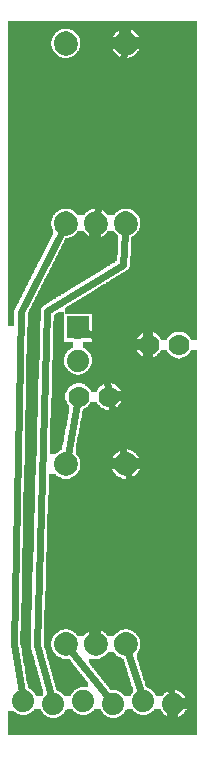
<source format=gbl>
G04 MADE WITH FRITZING*
G04 WWW.FRITZING.ORG*
G04 DOUBLE SIDED*
G04 HOLES PLATED*
G04 CONTOUR ON CENTER OF CONTOUR VECTOR*
%ASAXBY*%
%FSLAX23Y23*%
%MOIN*%
%OFA0B0*%
%SFA1.0B1.0*%
%ADD10C,0.075000*%
%ADD11C,0.070000*%
%ADD12C,0.074000*%
%ADD13C,0.078889*%
%ADD14C,0.024000*%
%ADD15R,0.001000X0.001000*%
%LNCOPPER0*%
G90*
G70*
G54D10*
X256Y1615D03*
X528Y2364D03*
G54D11*
X508Y1342D03*
X608Y1342D03*
X274Y1170D03*
X374Y1170D03*
G54D12*
X272Y1400D03*
X272Y1290D03*
X272Y1400D03*
X272Y1290D03*
X272Y1400D03*
X272Y1290D03*
G54D13*
X231Y1747D03*
X331Y1747D03*
X431Y1747D03*
X231Y2347D03*
X431Y2347D03*
X231Y345D03*
X331Y345D03*
X431Y345D03*
X231Y945D03*
X431Y945D03*
G54D12*
X90Y155D03*
X190Y145D03*
X290Y155D03*
X390Y145D03*
X490Y155D03*
X590Y145D03*
G54D14*
X481Y184D02*
X440Y316D01*
D02*
X237Y975D02*
X269Y1145D01*
D02*
X371Y169D02*
X250Y321D01*
D02*
X353Y1359D02*
X371Y1196D01*
D02*
X299Y1386D02*
X353Y1359D01*
D02*
X424Y974D02*
X381Y1145D01*
D02*
X426Y2317D02*
X336Y1778D01*
D02*
X82Y1453D02*
X218Y1720D01*
D02*
X58Y346D02*
X82Y1453D01*
D02*
X85Y185D02*
X58Y346D01*
D02*
X135Y343D02*
X170Y1455D01*
D02*
X182Y175D02*
X135Y343D01*
D02*
X423Y1610D02*
X430Y1717D01*
D02*
X170Y1455D02*
X423Y1610D01*
D02*
X584Y175D02*
X437Y915D01*
G36*
X270Y1721D02*
X270Y1717D01*
X268Y1717D01*
X268Y1715D01*
X266Y1715D01*
X266Y1713D01*
X264Y1713D01*
X264Y1711D01*
X262Y1711D01*
X262Y1709D01*
X258Y1709D01*
X258Y1707D01*
X256Y1707D01*
X256Y1705D01*
X252Y1705D01*
X252Y1703D01*
X248Y1703D01*
X248Y1701D01*
X242Y1701D01*
X242Y1699D01*
X320Y1699D01*
X320Y1701D01*
X314Y1701D01*
X314Y1703D01*
X310Y1703D01*
X310Y1705D01*
X308Y1705D01*
X308Y1707D01*
X304Y1707D01*
X304Y1709D01*
X302Y1709D01*
X302Y1711D01*
X300Y1711D01*
X300Y1713D01*
X298Y1713D01*
X298Y1715D01*
X296Y1715D01*
X296Y1717D01*
X294Y1717D01*
X294Y1719D01*
X292Y1719D01*
X292Y1721D01*
X270Y1721D01*
G37*
D02*
G36*
X370Y1721D02*
X370Y1717D01*
X368Y1717D01*
X368Y1715D01*
X366Y1715D01*
X366Y1713D01*
X364Y1713D01*
X364Y1711D01*
X362Y1711D01*
X362Y1709D01*
X358Y1709D01*
X358Y1707D01*
X356Y1707D01*
X356Y1705D01*
X352Y1705D01*
X352Y1703D01*
X348Y1703D01*
X348Y1701D01*
X342Y1701D01*
X342Y1699D01*
X406Y1699D01*
X406Y1707D01*
X404Y1707D01*
X404Y1709D01*
X402Y1709D01*
X402Y1711D01*
X400Y1711D01*
X400Y1713D01*
X398Y1713D01*
X398Y1715D01*
X396Y1715D01*
X396Y1717D01*
X394Y1717D01*
X394Y1719D01*
X392Y1719D01*
X392Y1721D01*
X370Y1721D01*
G37*
D02*
G36*
X230Y1699D02*
X230Y1697D01*
X406Y1697D01*
X406Y1699D01*
X230Y1699D01*
G37*
D02*
G36*
X230Y1699D02*
X230Y1697D01*
X406Y1697D01*
X406Y1699D01*
X230Y1699D01*
G37*
D02*
G36*
X230Y1697D02*
X230Y1695D01*
X228Y1695D01*
X228Y1691D01*
X226Y1691D01*
X226Y1687D01*
X224Y1687D01*
X224Y1683D01*
X222Y1683D01*
X222Y1679D01*
X220Y1679D01*
X220Y1675D01*
X218Y1675D01*
X218Y1671D01*
X216Y1671D01*
X216Y1667D01*
X214Y1667D01*
X214Y1663D01*
X212Y1663D01*
X212Y1659D01*
X210Y1659D01*
X210Y1655D01*
X208Y1655D01*
X208Y1651D01*
X206Y1651D01*
X206Y1647D01*
X204Y1647D01*
X204Y1643D01*
X202Y1643D01*
X202Y1639D01*
X200Y1639D01*
X200Y1635D01*
X198Y1635D01*
X198Y1631D01*
X196Y1631D01*
X196Y1627D01*
X194Y1627D01*
X194Y1623D01*
X192Y1623D01*
X192Y1619D01*
X190Y1619D01*
X190Y1615D01*
X188Y1615D01*
X188Y1611D01*
X186Y1611D01*
X186Y1607D01*
X184Y1607D01*
X184Y1603D01*
X182Y1603D01*
X182Y1599D01*
X180Y1599D01*
X180Y1595D01*
X178Y1595D01*
X178Y1591D01*
X176Y1591D01*
X176Y1587D01*
X174Y1587D01*
X174Y1583D01*
X172Y1583D01*
X172Y1579D01*
X170Y1579D01*
X170Y1575D01*
X168Y1575D01*
X168Y1571D01*
X166Y1571D01*
X166Y1567D01*
X164Y1567D01*
X164Y1565D01*
X162Y1565D01*
X162Y1561D01*
X160Y1561D01*
X160Y1557D01*
X158Y1557D01*
X158Y1553D01*
X156Y1553D01*
X156Y1549D01*
X154Y1549D01*
X154Y1545D01*
X152Y1545D01*
X152Y1541D01*
X150Y1541D01*
X150Y1537D01*
X148Y1537D01*
X148Y1533D01*
X146Y1533D01*
X146Y1529D01*
X144Y1529D01*
X144Y1525D01*
X142Y1525D01*
X142Y1521D01*
X140Y1521D01*
X140Y1517D01*
X138Y1517D01*
X138Y1513D01*
X136Y1513D01*
X136Y1509D01*
X134Y1509D01*
X134Y1505D01*
X132Y1505D01*
X132Y1501D01*
X130Y1501D01*
X130Y1497D01*
X128Y1497D01*
X128Y1493D01*
X126Y1493D01*
X126Y1489D01*
X124Y1489D01*
X124Y1485D01*
X122Y1485D01*
X122Y1481D01*
X120Y1481D01*
X120Y1477D01*
X118Y1477D01*
X118Y1473D01*
X116Y1473D01*
X116Y1469D01*
X114Y1469D01*
X114Y1465D01*
X112Y1465D01*
X112Y1461D01*
X110Y1461D01*
X110Y1457D01*
X108Y1457D01*
X108Y1453D01*
X106Y1453D01*
X106Y1449D01*
X104Y1449D01*
X104Y1403D01*
X102Y1403D01*
X102Y1311D01*
X100Y1311D01*
X100Y1219D01*
X98Y1219D01*
X98Y1127D01*
X96Y1127D01*
X96Y1035D01*
X94Y1035D01*
X94Y943D01*
X92Y943D01*
X92Y851D01*
X90Y851D01*
X90Y757D01*
X88Y757D01*
X88Y665D01*
X86Y665D01*
X86Y573D01*
X84Y573D01*
X84Y481D01*
X82Y481D01*
X82Y389D01*
X80Y389D01*
X80Y343D01*
X82Y343D01*
X82Y331D01*
X84Y331D01*
X84Y319D01*
X86Y319D01*
X86Y307D01*
X88Y307D01*
X88Y295D01*
X90Y295D01*
X90Y283D01*
X92Y283D01*
X92Y271D01*
X94Y271D01*
X94Y259D01*
X96Y259D01*
X96Y247D01*
X98Y247D01*
X98Y235D01*
X100Y235D01*
X100Y223D01*
X102Y223D01*
X102Y211D01*
X104Y211D01*
X104Y199D01*
X108Y199D01*
X108Y197D01*
X112Y197D01*
X112Y195D01*
X114Y195D01*
X114Y193D01*
X118Y193D01*
X118Y191D01*
X120Y191D01*
X120Y189D01*
X122Y189D01*
X122Y187D01*
X124Y187D01*
X124Y185D01*
X126Y185D01*
X126Y183D01*
X128Y183D01*
X128Y179D01*
X130Y179D01*
X130Y177D01*
X132Y177D01*
X132Y173D01*
X134Y173D01*
X134Y171D01*
X154Y171D01*
X154Y197D01*
X152Y197D01*
X152Y205D01*
X150Y205D01*
X150Y211D01*
X148Y211D01*
X148Y219D01*
X146Y219D01*
X146Y225D01*
X144Y225D01*
X144Y233D01*
X142Y233D01*
X142Y241D01*
X140Y241D01*
X140Y247D01*
X138Y247D01*
X138Y255D01*
X136Y255D01*
X136Y263D01*
X134Y263D01*
X134Y269D01*
X132Y269D01*
X132Y277D01*
X130Y277D01*
X130Y283D01*
X128Y283D01*
X128Y291D01*
X126Y291D01*
X126Y299D01*
X124Y299D01*
X124Y305D01*
X122Y305D01*
X122Y313D01*
X120Y313D01*
X120Y321D01*
X118Y321D01*
X118Y327D01*
X116Y327D01*
X116Y335D01*
X114Y335D01*
X114Y395D01*
X116Y395D01*
X116Y459D01*
X118Y459D01*
X118Y523D01*
X120Y523D01*
X120Y587D01*
X122Y587D01*
X122Y653D01*
X124Y653D01*
X124Y717D01*
X126Y717D01*
X126Y781D01*
X128Y781D01*
X128Y845D01*
X130Y845D01*
X130Y909D01*
X132Y909D01*
X132Y973D01*
X134Y973D01*
X134Y1037D01*
X136Y1037D01*
X136Y1101D01*
X138Y1101D01*
X138Y1165D01*
X140Y1165D01*
X140Y1229D01*
X142Y1229D01*
X142Y1293D01*
X144Y1293D01*
X144Y1357D01*
X146Y1357D01*
X146Y1421D01*
X148Y1421D01*
X148Y1461D01*
X150Y1461D01*
X150Y1467D01*
X152Y1467D01*
X152Y1469D01*
X154Y1469D01*
X154Y1471D01*
X156Y1471D01*
X156Y1473D01*
X158Y1473D01*
X158Y1475D01*
X162Y1475D01*
X162Y1477D01*
X164Y1477D01*
X164Y1479D01*
X168Y1479D01*
X168Y1481D01*
X170Y1481D01*
X170Y1483D01*
X174Y1483D01*
X174Y1485D01*
X178Y1485D01*
X178Y1487D01*
X180Y1487D01*
X180Y1489D01*
X184Y1489D01*
X184Y1491D01*
X188Y1491D01*
X188Y1493D01*
X190Y1493D01*
X190Y1495D01*
X194Y1495D01*
X194Y1497D01*
X198Y1497D01*
X198Y1499D01*
X200Y1499D01*
X200Y1501D01*
X204Y1501D01*
X204Y1503D01*
X206Y1503D01*
X206Y1505D01*
X210Y1505D01*
X210Y1507D01*
X214Y1507D01*
X214Y1509D01*
X216Y1509D01*
X216Y1511D01*
X220Y1511D01*
X220Y1513D01*
X224Y1513D01*
X224Y1515D01*
X226Y1515D01*
X226Y1517D01*
X230Y1517D01*
X230Y1519D01*
X234Y1519D01*
X234Y1521D01*
X236Y1521D01*
X236Y1523D01*
X240Y1523D01*
X240Y1525D01*
X242Y1525D01*
X242Y1527D01*
X246Y1527D01*
X246Y1529D01*
X250Y1529D01*
X250Y1531D01*
X252Y1531D01*
X252Y1533D01*
X256Y1533D01*
X256Y1535D01*
X260Y1535D01*
X260Y1537D01*
X262Y1537D01*
X262Y1539D01*
X266Y1539D01*
X266Y1541D01*
X270Y1541D01*
X270Y1543D01*
X272Y1543D01*
X272Y1545D01*
X276Y1545D01*
X276Y1547D01*
X278Y1547D01*
X278Y1549D01*
X282Y1549D01*
X282Y1551D01*
X286Y1551D01*
X286Y1553D01*
X288Y1553D01*
X288Y1555D01*
X292Y1555D01*
X292Y1557D01*
X296Y1557D01*
X296Y1559D01*
X298Y1559D01*
X298Y1561D01*
X302Y1561D01*
X302Y1563D01*
X306Y1563D01*
X306Y1565D01*
X308Y1565D01*
X308Y1567D01*
X312Y1567D01*
X312Y1569D01*
X314Y1569D01*
X314Y1571D01*
X318Y1571D01*
X318Y1573D01*
X322Y1573D01*
X322Y1575D01*
X324Y1575D01*
X324Y1577D01*
X328Y1577D01*
X328Y1579D01*
X332Y1579D01*
X332Y1581D01*
X334Y1581D01*
X334Y1583D01*
X338Y1583D01*
X338Y1585D01*
X342Y1585D01*
X342Y1587D01*
X344Y1587D01*
X344Y1589D01*
X348Y1589D01*
X348Y1591D01*
X350Y1591D01*
X350Y1593D01*
X354Y1593D01*
X354Y1595D01*
X358Y1595D01*
X358Y1597D01*
X360Y1597D01*
X360Y1599D01*
X364Y1599D01*
X364Y1601D01*
X368Y1601D01*
X368Y1603D01*
X370Y1603D01*
X370Y1605D01*
X374Y1605D01*
X374Y1607D01*
X378Y1607D01*
X378Y1609D01*
X380Y1609D01*
X380Y1611D01*
X384Y1611D01*
X384Y1613D01*
X386Y1613D01*
X386Y1615D01*
X390Y1615D01*
X390Y1617D01*
X394Y1617D01*
X394Y1619D01*
X396Y1619D01*
X396Y1621D01*
X400Y1621D01*
X400Y1623D01*
X402Y1623D01*
X402Y1641D01*
X404Y1641D01*
X404Y1675D01*
X406Y1675D01*
X406Y1697D01*
X230Y1697D01*
G37*
D02*
G36*
X372Y319D02*
X372Y317D01*
X370Y317D01*
X370Y315D01*
X368Y315D01*
X368Y313D01*
X366Y313D01*
X366Y311D01*
X364Y311D01*
X364Y309D01*
X362Y309D01*
X362Y307D01*
X360Y307D01*
X360Y305D01*
X356Y305D01*
X356Y303D01*
X354Y303D01*
X354Y301D01*
X350Y301D01*
X350Y299D01*
X344Y299D01*
X344Y297D01*
X336Y297D01*
X336Y295D01*
X308Y295D01*
X308Y283D01*
X310Y283D01*
X310Y281D01*
X312Y281D01*
X312Y277D01*
X314Y277D01*
X314Y275D01*
X316Y275D01*
X316Y273D01*
X318Y273D01*
X318Y271D01*
X320Y271D01*
X320Y267D01*
X322Y267D01*
X322Y265D01*
X324Y265D01*
X324Y263D01*
X326Y263D01*
X326Y259D01*
X328Y259D01*
X328Y257D01*
X330Y257D01*
X330Y255D01*
X332Y255D01*
X332Y253D01*
X334Y253D01*
X334Y249D01*
X336Y249D01*
X336Y247D01*
X338Y247D01*
X338Y245D01*
X340Y245D01*
X340Y243D01*
X342Y243D01*
X342Y239D01*
X344Y239D01*
X344Y237D01*
X346Y237D01*
X346Y235D01*
X348Y235D01*
X348Y233D01*
X350Y233D01*
X350Y229D01*
X352Y229D01*
X352Y227D01*
X354Y227D01*
X354Y225D01*
X356Y225D01*
X356Y223D01*
X358Y223D01*
X358Y219D01*
X360Y219D01*
X360Y217D01*
X362Y217D01*
X362Y215D01*
X364Y215D01*
X364Y213D01*
X366Y213D01*
X366Y209D01*
X368Y209D01*
X368Y207D01*
X370Y207D01*
X370Y205D01*
X372Y205D01*
X372Y203D01*
X374Y203D01*
X374Y199D01*
X376Y199D01*
X376Y197D01*
X378Y197D01*
X378Y195D01*
X380Y195D01*
X380Y193D01*
X392Y193D01*
X392Y191D01*
X402Y191D01*
X402Y189D01*
X408Y189D01*
X408Y187D01*
X412Y187D01*
X412Y185D01*
X414Y185D01*
X414Y183D01*
X418Y183D01*
X418Y181D01*
X420Y181D01*
X420Y179D01*
X422Y179D01*
X422Y177D01*
X424Y177D01*
X424Y175D01*
X426Y175D01*
X426Y173D01*
X448Y173D01*
X448Y175D01*
X450Y175D01*
X450Y179D01*
X452Y179D01*
X452Y181D01*
X454Y181D01*
X454Y201D01*
X452Y201D01*
X452Y207D01*
X450Y207D01*
X450Y213D01*
X448Y213D01*
X448Y219D01*
X446Y219D01*
X446Y227D01*
X444Y227D01*
X444Y233D01*
X442Y233D01*
X442Y239D01*
X440Y239D01*
X440Y245D01*
X438Y245D01*
X438Y253D01*
X436Y253D01*
X436Y259D01*
X434Y259D01*
X434Y265D01*
X432Y265D01*
X432Y271D01*
X430Y271D01*
X430Y279D01*
X428Y279D01*
X428Y285D01*
X426Y285D01*
X426Y291D01*
X424Y291D01*
X424Y297D01*
X418Y297D01*
X418Y299D01*
X414Y299D01*
X414Y301D01*
X410Y301D01*
X410Y303D01*
X406Y303D01*
X406Y305D01*
X404Y305D01*
X404Y307D01*
X400Y307D01*
X400Y309D01*
X398Y309D01*
X398Y311D01*
X396Y311D01*
X396Y313D01*
X394Y313D01*
X394Y317D01*
X392Y317D01*
X392Y319D01*
X372Y319D01*
G37*
D02*
G36*
X40Y2421D02*
X40Y2397D01*
X440Y2397D01*
X440Y2395D01*
X446Y2395D01*
X446Y2393D01*
X452Y2393D01*
X452Y2391D01*
X454Y2391D01*
X454Y2389D01*
X458Y2389D01*
X458Y2387D01*
X460Y2387D01*
X460Y2385D01*
X462Y2385D01*
X462Y2383D01*
X464Y2383D01*
X464Y2381D01*
X466Y2381D01*
X466Y2379D01*
X468Y2379D01*
X468Y2377D01*
X470Y2377D01*
X470Y2375D01*
X472Y2375D01*
X472Y2373D01*
X474Y2373D01*
X474Y2369D01*
X476Y2369D01*
X476Y2365D01*
X478Y2365D01*
X478Y2359D01*
X480Y2359D01*
X480Y2335D01*
X478Y2335D01*
X478Y2331D01*
X476Y2331D01*
X476Y2327D01*
X474Y2327D01*
X474Y2323D01*
X472Y2323D01*
X472Y2321D01*
X470Y2321D01*
X470Y2317D01*
X468Y2317D01*
X468Y2315D01*
X466Y2315D01*
X466Y2313D01*
X464Y2313D01*
X464Y2311D01*
X462Y2311D01*
X462Y2309D01*
X458Y2309D01*
X458Y2307D01*
X456Y2307D01*
X456Y2305D01*
X452Y2305D01*
X452Y2303D01*
X448Y2303D01*
X448Y2301D01*
X442Y2301D01*
X442Y2299D01*
X668Y2299D01*
X668Y2421D01*
X40Y2421D01*
G37*
D02*
G36*
X40Y2397D02*
X40Y2299D01*
X220Y2299D01*
X220Y2301D01*
X214Y2301D01*
X214Y2303D01*
X210Y2303D01*
X210Y2305D01*
X208Y2305D01*
X208Y2307D01*
X204Y2307D01*
X204Y2309D01*
X202Y2309D01*
X202Y2311D01*
X200Y2311D01*
X200Y2313D01*
X198Y2313D01*
X198Y2315D01*
X196Y2315D01*
X196Y2317D01*
X194Y2317D01*
X194Y2319D01*
X192Y2319D01*
X192Y2321D01*
X190Y2321D01*
X190Y2325D01*
X188Y2325D01*
X188Y2329D01*
X186Y2329D01*
X186Y2333D01*
X184Y2333D01*
X184Y2339D01*
X182Y2339D01*
X182Y2357D01*
X184Y2357D01*
X184Y2363D01*
X186Y2363D01*
X186Y2367D01*
X188Y2367D01*
X188Y2371D01*
X190Y2371D01*
X190Y2373D01*
X192Y2373D01*
X192Y2377D01*
X194Y2377D01*
X194Y2379D01*
X196Y2379D01*
X196Y2381D01*
X198Y2381D01*
X198Y2383D01*
X200Y2383D01*
X200Y2385D01*
X202Y2385D01*
X202Y2387D01*
X204Y2387D01*
X204Y2389D01*
X208Y2389D01*
X208Y2391D01*
X212Y2391D01*
X212Y2393D01*
X216Y2393D01*
X216Y2395D01*
X222Y2395D01*
X222Y2397D01*
X40Y2397D01*
G37*
D02*
G36*
X240Y2397D02*
X240Y2395D01*
X246Y2395D01*
X246Y2393D01*
X252Y2393D01*
X252Y2391D01*
X254Y2391D01*
X254Y2389D01*
X258Y2389D01*
X258Y2387D01*
X260Y2387D01*
X260Y2385D01*
X262Y2385D01*
X262Y2383D01*
X264Y2383D01*
X264Y2381D01*
X266Y2381D01*
X266Y2379D01*
X268Y2379D01*
X268Y2377D01*
X270Y2377D01*
X270Y2375D01*
X272Y2375D01*
X272Y2373D01*
X274Y2373D01*
X274Y2369D01*
X276Y2369D01*
X276Y2365D01*
X278Y2365D01*
X278Y2359D01*
X280Y2359D01*
X280Y2335D01*
X278Y2335D01*
X278Y2331D01*
X276Y2331D01*
X276Y2327D01*
X274Y2327D01*
X274Y2323D01*
X272Y2323D01*
X272Y2321D01*
X270Y2321D01*
X270Y2317D01*
X268Y2317D01*
X268Y2315D01*
X266Y2315D01*
X266Y2313D01*
X264Y2313D01*
X264Y2311D01*
X262Y2311D01*
X262Y2309D01*
X258Y2309D01*
X258Y2307D01*
X256Y2307D01*
X256Y2305D01*
X252Y2305D01*
X252Y2303D01*
X248Y2303D01*
X248Y2301D01*
X242Y2301D01*
X242Y2299D01*
X420Y2299D01*
X420Y2301D01*
X414Y2301D01*
X414Y2303D01*
X410Y2303D01*
X410Y2305D01*
X408Y2305D01*
X408Y2307D01*
X404Y2307D01*
X404Y2309D01*
X402Y2309D01*
X402Y2311D01*
X400Y2311D01*
X400Y2313D01*
X398Y2313D01*
X398Y2315D01*
X396Y2315D01*
X396Y2317D01*
X394Y2317D01*
X394Y2319D01*
X392Y2319D01*
X392Y2321D01*
X390Y2321D01*
X390Y2325D01*
X388Y2325D01*
X388Y2329D01*
X386Y2329D01*
X386Y2333D01*
X384Y2333D01*
X384Y2339D01*
X382Y2339D01*
X382Y2357D01*
X384Y2357D01*
X384Y2363D01*
X386Y2363D01*
X386Y2367D01*
X388Y2367D01*
X388Y2371D01*
X390Y2371D01*
X390Y2373D01*
X392Y2373D01*
X392Y2377D01*
X394Y2377D01*
X394Y2379D01*
X396Y2379D01*
X396Y2381D01*
X398Y2381D01*
X398Y2383D01*
X400Y2383D01*
X400Y2385D01*
X402Y2385D01*
X402Y2387D01*
X404Y2387D01*
X404Y2389D01*
X408Y2389D01*
X408Y2391D01*
X412Y2391D01*
X412Y2393D01*
X416Y2393D01*
X416Y2395D01*
X422Y2395D01*
X422Y2397D01*
X240Y2397D01*
G37*
D02*
G36*
X40Y2299D02*
X40Y2297D01*
X668Y2297D01*
X668Y2299D01*
X40Y2299D01*
G37*
D02*
G36*
X40Y2299D02*
X40Y2297D01*
X668Y2297D01*
X668Y2299D01*
X40Y2299D01*
G37*
D02*
G36*
X40Y2299D02*
X40Y2297D01*
X668Y2297D01*
X668Y2299D01*
X40Y2299D01*
G37*
D02*
G36*
X40Y2297D02*
X40Y1797D01*
X440Y1797D01*
X440Y1795D01*
X448Y1795D01*
X448Y1793D01*
X452Y1793D01*
X452Y1791D01*
X454Y1791D01*
X454Y1789D01*
X458Y1789D01*
X458Y1787D01*
X460Y1787D01*
X460Y1785D01*
X462Y1785D01*
X462Y1783D01*
X464Y1783D01*
X464Y1781D01*
X466Y1781D01*
X466Y1779D01*
X468Y1779D01*
X468Y1777D01*
X470Y1777D01*
X470Y1775D01*
X472Y1775D01*
X472Y1773D01*
X474Y1773D01*
X474Y1769D01*
X476Y1769D01*
X476Y1765D01*
X478Y1765D01*
X478Y1759D01*
X480Y1759D01*
X480Y1737D01*
X478Y1737D01*
X478Y1731D01*
X476Y1731D01*
X476Y1727D01*
X474Y1727D01*
X474Y1723D01*
X472Y1723D01*
X472Y1721D01*
X470Y1721D01*
X470Y1717D01*
X468Y1717D01*
X468Y1715D01*
X466Y1715D01*
X466Y1713D01*
X464Y1713D01*
X464Y1711D01*
X462Y1711D01*
X462Y1709D01*
X458Y1709D01*
X458Y1707D01*
X456Y1707D01*
X456Y1705D01*
X452Y1705D01*
X452Y1703D01*
X450Y1703D01*
X450Y1673D01*
X448Y1673D01*
X448Y1639D01*
X446Y1639D01*
X446Y1607D01*
X444Y1607D01*
X444Y1601D01*
X442Y1601D01*
X442Y1597D01*
X440Y1597D01*
X440Y1595D01*
X438Y1595D01*
X438Y1593D01*
X436Y1593D01*
X436Y1591D01*
X432Y1591D01*
X432Y1589D01*
X428Y1589D01*
X428Y1587D01*
X426Y1587D01*
X426Y1585D01*
X422Y1585D01*
X422Y1583D01*
X418Y1583D01*
X418Y1581D01*
X416Y1581D01*
X416Y1579D01*
X412Y1579D01*
X412Y1577D01*
X410Y1577D01*
X410Y1575D01*
X406Y1575D01*
X406Y1573D01*
X402Y1573D01*
X402Y1571D01*
X400Y1571D01*
X400Y1569D01*
X396Y1569D01*
X396Y1567D01*
X392Y1567D01*
X392Y1565D01*
X390Y1565D01*
X390Y1563D01*
X386Y1563D01*
X386Y1561D01*
X382Y1561D01*
X382Y1559D01*
X380Y1559D01*
X380Y1557D01*
X376Y1557D01*
X376Y1555D01*
X374Y1555D01*
X374Y1553D01*
X370Y1553D01*
X370Y1551D01*
X366Y1551D01*
X366Y1549D01*
X364Y1549D01*
X364Y1547D01*
X360Y1547D01*
X360Y1545D01*
X356Y1545D01*
X356Y1543D01*
X354Y1543D01*
X354Y1541D01*
X350Y1541D01*
X350Y1539D01*
X346Y1539D01*
X346Y1537D01*
X344Y1537D01*
X344Y1535D01*
X340Y1535D01*
X340Y1533D01*
X338Y1533D01*
X338Y1531D01*
X334Y1531D01*
X334Y1529D01*
X330Y1529D01*
X330Y1527D01*
X328Y1527D01*
X328Y1525D01*
X324Y1525D01*
X324Y1523D01*
X320Y1523D01*
X320Y1521D01*
X318Y1521D01*
X318Y1519D01*
X314Y1519D01*
X314Y1517D01*
X312Y1517D01*
X312Y1515D01*
X308Y1515D01*
X308Y1513D01*
X304Y1513D01*
X304Y1511D01*
X302Y1511D01*
X302Y1509D01*
X298Y1509D01*
X298Y1507D01*
X294Y1507D01*
X294Y1505D01*
X292Y1505D01*
X292Y1503D01*
X288Y1503D01*
X288Y1501D01*
X284Y1501D01*
X284Y1499D01*
X282Y1499D01*
X282Y1497D01*
X278Y1497D01*
X278Y1495D01*
X276Y1495D01*
X276Y1493D01*
X272Y1493D01*
X272Y1491D01*
X268Y1491D01*
X268Y1489D01*
X266Y1489D01*
X266Y1487D01*
X262Y1487D01*
X262Y1485D01*
X258Y1485D01*
X258Y1483D01*
X256Y1483D01*
X256Y1481D01*
X252Y1481D01*
X252Y1479D01*
X248Y1479D01*
X248Y1477D01*
X246Y1477D01*
X246Y1475D01*
X242Y1475D01*
X242Y1473D01*
X240Y1473D01*
X240Y1471D01*
X236Y1471D01*
X236Y1469D01*
X232Y1469D01*
X232Y1467D01*
X230Y1467D01*
X230Y1447D01*
X318Y1447D01*
X318Y1387D01*
X618Y1387D01*
X618Y1385D01*
X624Y1385D01*
X624Y1383D01*
X628Y1383D01*
X628Y1381D01*
X632Y1381D01*
X632Y1379D01*
X634Y1379D01*
X634Y1377D01*
X636Y1377D01*
X636Y1375D01*
X638Y1375D01*
X638Y1373D01*
X640Y1373D01*
X640Y1371D01*
X642Y1371D01*
X642Y1369D01*
X644Y1369D01*
X644Y1367D01*
X646Y1367D01*
X646Y1363D01*
X648Y1363D01*
X648Y1359D01*
X668Y1359D01*
X668Y2297D01*
X40Y2297D01*
G37*
D02*
G36*
X40Y1797D02*
X40Y1405D01*
X60Y1405D01*
X60Y1459D01*
X62Y1459D01*
X62Y1465D01*
X64Y1465D01*
X64Y1467D01*
X66Y1467D01*
X66Y1471D01*
X68Y1471D01*
X68Y1475D01*
X70Y1475D01*
X70Y1479D01*
X72Y1479D01*
X72Y1483D01*
X74Y1483D01*
X74Y1487D01*
X76Y1487D01*
X76Y1491D01*
X78Y1491D01*
X78Y1495D01*
X80Y1495D01*
X80Y1499D01*
X82Y1499D01*
X82Y1503D01*
X84Y1503D01*
X84Y1507D01*
X86Y1507D01*
X86Y1511D01*
X88Y1511D01*
X88Y1515D01*
X90Y1515D01*
X90Y1519D01*
X92Y1519D01*
X92Y1523D01*
X94Y1523D01*
X94Y1527D01*
X96Y1527D01*
X96Y1531D01*
X98Y1531D01*
X98Y1535D01*
X100Y1535D01*
X100Y1539D01*
X102Y1539D01*
X102Y1543D01*
X104Y1543D01*
X104Y1547D01*
X106Y1547D01*
X106Y1551D01*
X108Y1551D01*
X108Y1555D01*
X110Y1555D01*
X110Y1559D01*
X112Y1559D01*
X112Y1563D01*
X114Y1563D01*
X114Y1567D01*
X116Y1567D01*
X116Y1571D01*
X118Y1571D01*
X118Y1575D01*
X120Y1575D01*
X120Y1579D01*
X122Y1579D01*
X122Y1583D01*
X124Y1583D01*
X124Y1587D01*
X126Y1587D01*
X126Y1591D01*
X128Y1591D01*
X128Y1595D01*
X130Y1595D01*
X130Y1599D01*
X132Y1599D01*
X132Y1603D01*
X134Y1603D01*
X134Y1607D01*
X136Y1607D01*
X136Y1611D01*
X138Y1611D01*
X138Y1615D01*
X140Y1615D01*
X140Y1619D01*
X142Y1619D01*
X142Y1621D01*
X144Y1621D01*
X144Y1625D01*
X146Y1625D01*
X146Y1629D01*
X148Y1629D01*
X148Y1633D01*
X150Y1633D01*
X150Y1637D01*
X152Y1637D01*
X152Y1641D01*
X154Y1641D01*
X154Y1645D01*
X156Y1645D01*
X156Y1649D01*
X158Y1649D01*
X158Y1653D01*
X160Y1653D01*
X160Y1657D01*
X162Y1657D01*
X162Y1661D01*
X164Y1661D01*
X164Y1665D01*
X166Y1665D01*
X166Y1669D01*
X168Y1669D01*
X168Y1673D01*
X170Y1673D01*
X170Y1677D01*
X172Y1677D01*
X172Y1681D01*
X174Y1681D01*
X174Y1685D01*
X176Y1685D01*
X176Y1689D01*
X178Y1689D01*
X178Y1693D01*
X180Y1693D01*
X180Y1697D01*
X182Y1697D01*
X182Y1701D01*
X184Y1701D01*
X184Y1705D01*
X186Y1705D01*
X186Y1709D01*
X188Y1709D01*
X188Y1729D01*
X186Y1729D01*
X186Y1733D01*
X184Y1733D01*
X184Y1739D01*
X182Y1739D01*
X182Y1757D01*
X184Y1757D01*
X184Y1763D01*
X186Y1763D01*
X186Y1767D01*
X188Y1767D01*
X188Y1771D01*
X190Y1771D01*
X190Y1775D01*
X192Y1775D01*
X192Y1777D01*
X194Y1777D01*
X194Y1779D01*
X196Y1779D01*
X196Y1781D01*
X198Y1781D01*
X198Y1783D01*
X200Y1783D01*
X200Y1785D01*
X202Y1785D01*
X202Y1787D01*
X204Y1787D01*
X204Y1789D01*
X208Y1789D01*
X208Y1791D01*
X212Y1791D01*
X212Y1793D01*
X216Y1793D01*
X216Y1795D01*
X222Y1795D01*
X222Y1797D01*
X40Y1797D01*
G37*
D02*
G36*
X240Y1797D02*
X240Y1795D01*
X248Y1795D01*
X248Y1793D01*
X252Y1793D01*
X252Y1791D01*
X254Y1791D01*
X254Y1789D01*
X258Y1789D01*
X258Y1787D01*
X260Y1787D01*
X260Y1785D01*
X262Y1785D01*
X262Y1783D01*
X264Y1783D01*
X264Y1781D01*
X266Y1781D01*
X266Y1779D01*
X268Y1779D01*
X268Y1777D01*
X270Y1777D01*
X270Y1775D01*
X292Y1775D01*
X292Y1777D01*
X294Y1777D01*
X294Y1779D01*
X296Y1779D01*
X296Y1781D01*
X298Y1781D01*
X298Y1783D01*
X300Y1783D01*
X300Y1785D01*
X302Y1785D01*
X302Y1787D01*
X304Y1787D01*
X304Y1789D01*
X308Y1789D01*
X308Y1791D01*
X312Y1791D01*
X312Y1793D01*
X316Y1793D01*
X316Y1795D01*
X322Y1795D01*
X322Y1797D01*
X240Y1797D01*
G37*
D02*
G36*
X340Y1797D02*
X340Y1795D01*
X348Y1795D01*
X348Y1793D01*
X352Y1793D01*
X352Y1791D01*
X354Y1791D01*
X354Y1789D01*
X358Y1789D01*
X358Y1787D01*
X360Y1787D01*
X360Y1785D01*
X362Y1785D01*
X362Y1783D01*
X364Y1783D01*
X364Y1781D01*
X366Y1781D01*
X366Y1779D01*
X368Y1779D01*
X368Y1777D01*
X370Y1777D01*
X370Y1775D01*
X392Y1775D01*
X392Y1777D01*
X394Y1777D01*
X394Y1779D01*
X396Y1779D01*
X396Y1781D01*
X398Y1781D01*
X398Y1783D01*
X400Y1783D01*
X400Y1785D01*
X402Y1785D01*
X402Y1787D01*
X404Y1787D01*
X404Y1789D01*
X408Y1789D01*
X408Y1791D01*
X412Y1791D01*
X412Y1793D01*
X416Y1793D01*
X416Y1795D01*
X422Y1795D01*
X422Y1797D01*
X340Y1797D01*
G37*
D02*
G36*
X204Y1451D02*
X204Y1449D01*
X200Y1449D01*
X200Y1447D01*
X196Y1447D01*
X196Y1445D01*
X194Y1445D01*
X194Y1443D01*
X192Y1443D01*
X192Y1421D01*
X190Y1421D01*
X190Y1357D01*
X188Y1357D01*
X188Y1293D01*
X186Y1293D01*
X186Y1243D01*
X266Y1243D01*
X266Y1245D01*
X258Y1245D01*
X258Y1247D01*
X254Y1247D01*
X254Y1249D01*
X250Y1249D01*
X250Y1251D01*
X246Y1251D01*
X246Y1253D01*
X244Y1253D01*
X244Y1255D01*
X242Y1255D01*
X242Y1257D01*
X240Y1257D01*
X240Y1259D01*
X238Y1259D01*
X238Y1261D01*
X236Y1261D01*
X236Y1263D01*
X234Y1263D01*
X234Y1265D01*
X232Y1265D01*
X232Y1269D01*
X230Y1269D01*
X230Y1273D01*
X228Y1273D01*
X228Y1277D01*
X226Y1277D01*
X226Y1287D01*
X224Y1287D01*
X224Y1295D01*
X226Y1295D01*
X226Y1303D01*
X228Y1303D01*
X228Y1309D01*
X230Y1309D01*
X230Y1311D01*
X232Y1311D01*
X232Y1315D01*
X234Y1315D01*
X234Y1317D01*
X236Y1317D01*
X236Y1321D01*
X238Y1321D01*
X238Y1323D01*
X240Y1323D01*
X240Y1325D01*
X242Y1325D01*
X242Y1327D01*
X246Y1327D01*
X246Y1329D01*
X248Y1329D01*
X248Y1331D01*
X252Y1331D01*
X252Y1333D01*
X256Y1333D01*
X256Y1353D01*
X226Y1353D01*
X226Y1355D01*
X224Y1355D01*
X224Y1451D01*
X204Y1451D01*
G37*
D02*
G36*
X318Y1387D02*
X318Y1353D01*
X288Y1353D01*
X288Y1333D01*
X292Y1333D01*
X292Y1331D01*
X296Y1331D01*
X296Y1329D01*
X298Y1329D01*
X298Y1327D01*
X300Y1327D01*
X300Y1325D01*
X302Y1325D01*
X302Y1323D01*
X304Y1323D01*
X304Y1321D01*
X306Y1321D01*
X306Y1319D01*
X308Y1319D01*
X308Y1317D01*
X310Y1317D01*
X310Y1315D01*
X312Y1315D01*
X312Y1311D01*
X314Y1311D01*
X314Y1307D01*
X316Y1307D01*
X316Y1301D01*
X318Y1301D01*
X318Y1297D01*
X504Y1297D01*
X504Y1299D01*
X496Y1299D01*
X496Y1301D01*
X492Y1301D01*
X492Y1303D01*
X488Y1303D01*
X488Y1305D01*
X484Y1305D01*
X484Y1307D01*
X482Y1307D01*
X482Y1309D01*
X480Y1309D01*
X480Y1311D01*
X478Y1311D01*
X478Y1313D01*
X476Y1313D01*
X476Y1315D01*
X474Y1315D01*
X474Y1317D01*
X472Y1317D01*
X472Y1319D01*
X470Y1319D01*
X470Y1323D01*
X468Y1323D01*
X468Y1327D01*
X466Y1327D01*
X466Y1331D01*
X464Y1331D01*
X464Y1353D01*
X466Y1353D01*
X466Y1359D01*
X468Y1359D01*
X468Y1363D01*
X470Y1363D01*
X470Y1365D01*
X472Y1365D01*
X472Y1369D01*
X474Y1369D01*
X474Y1371D01*
X476Y1371D01*
X476Y1373D01*
X478Y1373D01*
X478Y1375D01*
X480Y1375D01*
X480Y1377D01*
X482Y1377D01*
X482Y1379D01*
X486Y1379D01*
X486Y1381D01*
X488Y1381D01*
X488Y1383D01*
X492Y1383D01*
X492Y1385D01*
X498Y1385D01*
X498Y1387D01*
X318Y1387D01*
G37*
D02*
G36*
X518Y1387D02*
X518Y1385D01*
X524Y1385D01*
X524Y1383D01*
X528Y1383D01*
X528Y1381D01*
X532Y1381D01*
X532Y1379D01*
X534Y1379D01*
X534Y1377D01*
X536Y1377D01*
X536Y1375D01*
X538Y1375D01*
X538Y1373D01*
X540Y1373D01*
X540Y1371D01*
X542Y1371D01*
X542Y1369D01*
X544Y1369D01*
X544Y1367D01*
X546Y1367D01*
X546Y1363D01*
X548Y1363D01*
X548Y1359D01*
X568Y1359D01*
X568Y1363D01*
X570Y1363D01*
X570Y1365D01*
X572Y1365D01*
X572Y1369D01*
X574Y1369D01*
X574Y1371D01*
X576Y1371D01*
X576Y1373D01*
X578Y1373D01*
X578Y1375D01*
X580Y1375D01*
X580Y1377D01*
X582Y1377D01*
X582Y1379D01*
X586Y1379D01*
X586Y1381D01*
X588Y1381D01*
X588Y1383D01*
X592Y1383D01*
X592Y1385D01*
X598Y1385D01*
X598Y1387D01*
X518Y1387D01*
G37*
D02*
G36*
X548Y1325D02*
X548Y1323D01*
X546Y1323D01*
X546Y1319D01*
X544Y1319D01*
X544Y1317D01*
X542Y1317D01*
X542Y1315D01*
X540Y1315D01*
X540Y1311D01*
X536Y1311D01*
X536Y1309D01*
X534Y1309D01*
X534Y1307D01*
X532Y1307D01*
X532Y1305D01*
X528Y1305D01*
X528Y1303D01*
X526Y1303D01*
X526Y1301D01*
X520Y1301D01*
X520Y1299D01*
X512Y1299D01*
X512Y1297D01*
X604Y1297D01*
X604Y1299D01*
X596Y1299D01*
X596Y1301D01*
X592Y1301D01*
X592Y1303D01*
X588Y1303D01*
X588Y1305D01*
X584Y1305D01*
X584Y1307D01*
X582Y1307D01*
X582Y1309D01*
X580Y1309D01*
X580Y1311D01*
X578Y1311D01*
X578Y1313D01*
X576Y1313D01*
X576Y1315D01*
X574Y1315D01*
X574Y1317D01*
X572Y1317D01*
X572Y1319D01*
X570Y1319D01*
X570Y1323D01*
X568Y1323D01*
X568Y1325D01*
X548Y1325D01*
G37*
D02*
G36*
X648Y1325D02*
X648Y1321D01*
X646Y1321D01*
X646Y1319D01*
X644Y1319D01*
X644Y1317D01*
X642Y1317D01*
X642Y1313D01*
X640Y1313D01*
X640Y1311D01*
X638Y1311D01*
X638Y1309D01*
X634Y1309D01*
X634Y1307D01*
X632Y1307D01*
X632Y1305D01*
X630Y1305D01*
X630Y1303D01*
X626Y1303D01*
X626Y1301D01*
X620Y1301D01*
X620Y1299D01*
X612Y1299D01*
X612Y1297D01*
X668Y1297D01*
X668Y1325D01*
X648Y1325D01*
G37*
D02*
G36*
X318Y1297D02*
X318Y1295D01*
X668Y1295D01*
X668Y1297D01*
X318Y1297D01*
G37*
D02*
G36*
X318Y1297D02*
X318Y1295D01*
X668Y1295D01*
X668Y1297D01*
X318Y1297D01*
G37*
D02*
G36*
X318Y1297D02*
X318Y1295D01*
X668Y1295D01*
X668Y1297D01*
X318Y1297D01*
G37*
D02*
G36*
X318Y1295D02*
X318Y1279D01*
X316Y1279D01*
X316Y1275D01*
X314Y1275D01*
X314Y1271D01*
X312Y1271D01*
X312Y1267D01*
X310Y1267D01*
X310Y1265D01*
X308Y1265D01*
X308Y1261D01*
X306Y1261D01*
X306Y1259D01*
X304Y1259D01*
X304Y1257D01*
X302Y1257D01*
X302Y1255D01*
X300Y1255D01*
X300Y1253D01*
X296Y1253D01*
X296Y1251D01*
X294Y1251D01*
X294Y1249D01*
X290Y1249D01*
X290Y1247D01*
X286Y1247D01*
X286Y1245D01*
X278Y1245D01*
X278Y1243D01*
X668Y1243D01*
X668Y1295D01*
X318Y1295D01*
G37*
D02*
G36*
X186Y1243D02*
X186Y1241D01*
X668Y1241D01*
X668Y1243D01*
X186Y1243D01*
G37*
D02*
G36*
X186Y1243D02*
X186Y1241D01*
X668Y1241D01*
X668Y1243D01*
X186Y1243D01*
G37*
D02*
G36*
X186Y1241D02*
X186Y1229D01*
X184Y1229D01*
X184Y1215D01*
X384Y1215D01*
X384Y1213D01*
X390Y1213D01*
X390Y1211D01*
X394Y1211D01*
X394Y1209D01*
X398Y1209D01*
X398Y1207D01*
X400Y1207D01*
X400Y1205D01*
X402Y1205D01*
X402Y1203D01*
X404Y1203D01*
X404Y1201D01*
X406Y1201D01*
X406Y1199D01*
X408Y1199D01*
X408Y1197D01*
X410Y1197D01*
X410Y1195D01*
X412Y1195D01*
X412Y1191D01*
X414Y1191D01*
X414Y1187D01*
X416Y1187D01*
X416Y1183D01*
X418Y1183D01*
X418Y1175D01*
X420Y1175D01*
X420Y1165D01*
X418Y1165D01*
X418Y1157D01*
X416Y1157D01*
X416Y1153D01*
X414Y1153D01*
X414Y1149D01*
X412Y1149D01*
X412Y1147D01*
X410Y1147D01*
X410Y1145D01*
X408Y1145D01*
X408Y1141D01*
X406Y1141D01*
X406Y1139D01*
X404Y1139D01*
X404Y1137D01*
X400Y1137D01*
X400Y1135D01*
X398Y1135D01*
X398Y1133D01*
X396Y1133D01*
X396Y1131D01*
X392Y1131D01*
X392Y1129D01*
X388Y1129D01*
X388Y1127D01*
X380Y1127D01*
X380Y1125D01*
X668Y1125D01*
X668Y1241D01*
X186Y1241D01*
G37*
D02*
G36*
X184Y1215D02*
X184Y1165D01*
X182Y1165D01*
X182Y1099D01*
X180Y1099D01*
X180Y1035D01*
X178Y1035D01*
X178Y979D01*
X198Y979D01*
X198Y981D01*
X200Y981D01*
X200Y983D01*
X204Y983D01*
X204Y985D01*
X206Y985D01*
X206Y987D01*
X210Y987D01*
X210Y989D01*
X212Y989D01*
X212Y991D01*
X218Y991D01*
X218Y997D01*
X220Y997D01*
X220Y1009D01*
X222Y1009D01*
X222Y1019D01*
X224Y1019D01*
X224Y1029D01*
X226Y1029D01*
X226Y1041D01*
X228Y1041D01*
X228Y1051D01*
X230Y1051D01*
X230Y1061D01*
X232Y1061D01*
X232Y1071D01*
X234Y1071D01*
X234Y1083D01*
X236Y1083D01*
X236Y1093D01*
X238Y1093D01*
X238Y1103D01*
X240Y1103D01*
X240Y1113D01*
X242Y1113D01*
X242Y1143D01*
X240Y1143D01*
X240Y1145D01*
X238Y1145D01*
X238Y1147D01*
X236Y1147D01*
X236Y1151D01*
X234Y1151D01*
X234Y1155D01*
X232Y1155D01*
X232Y1159D01*
X230Y1159D01*
X230Y1181D01*
X232Y1181D01*
X232Y1187D01*
X234Y1187D01*
X234Y1191D01*
X236Y1191D01*
X236Y1193D01*
X238Y1193D01*
X238Y1197D01*
X240Y1197D01*
X240Y1199D01*
X242Y1199D01*
X242Y1201D01*
X244Y1201D01*
X244Y1203D01*
X246Y1203D01*
X246Y1205D01*
X248Y1205D01*
X248Y1207D01*
X252Y1207D01*
X252Y1209D01*
X254Y1209D01*
X254Y1211D01*
X258Y1211D01*
X258Y1213D01*
X264Y1213D01*
X264Y1215D01*
X184Y1215D01*
G37*
D02*
G36*
X284Y1215D02*
X284Y1213D01*
X290Y1213D01*
X290Y1211D01*
X294Y1211D01*
X294Y1209D01*
X296Y1209D01*
X296Y1207D01*
X300Y1207D01*
X300Y1205D01*
X302Y1205D01*
X302Y1203D01*
X304Y1203D01*
X304Y1201D01*
X306Y1201D01*
X306Y1199D01*
X308Y1199D01*
X308Y1197D01*
X310Y1197D01*
X310Y1195D01*
X312Y1195D01*
X312Y1191D01*
X314Y1191D01*
X314Y1187D01*
X334Y1187D01*
X334Y1191D01*
X336Y1191D01*
X336Y1193D01*
X338Y1193D01*
X338Y1197D01*
X340Y1197D01*
X340Y1199D01*
X342Y1199D01*
X342Y1201D01*
X344Y1201D01*
X344Y1203D01*
X346Y1203D01*
X346Y1205D01*
X348Y1205D01*
X348Y1207D01*
X352Y1207D01*
X352Y1209D01*
X354Y1209D01*
X354Y1211D01*
X358Y1211D01*
X358Y1213D01*
X364Y1213D01*
X364Y1215D01*
X284Y1215D01*
G37*
D02*
G36*
X314Y1153D02*
X314Y1151D01*
X312Y1151D01*
X312Y1147D01*
X310Y1147D01*
X310Y1145D01*
X308Y1145D01*
X308Y1141D01*
X306Y1141D01*
X306Y1139D01*
X304Y1139D01*
X304Y1137D01*
X300Y1137D01*
X300Y1135D01*
X298Y1135D01*
X298Y1133D01*
X296Y1133D01*
X296Y1131D01*
X292Y1131D01*
X292Y1129D01*
X288Y1129D01*
X288Y1125D01*
X370Y1125D01*
X370Y1127D01*
X362Y1127D01*
X362Y1129D01*
X358Y1129D01*
X358Y1131D01*
X354Y1131D01*
X354Y1133D01*
X350Y1133D01*
X350Y1135D01*
X348Y1135D01*
X348Y1137D01*
X346Y1137D01*
X346Y1139D01*
X344Y1139D01*
X344Y1141D01*
X342Y1141D01*
X342Y1143D01*
X340Y1143D01*
X340Y1145D01*
X338Y1145D01*
X338Y1147D01*
X336Y1147D01*
X336Y1151D01*
X334Y1151D01*
X334Y1153D01*
X314Y1153D01*
G37*
D02*
G36*
X288Y1125D02*
X288Y1123D01*
X668Y1123D01*
X668Y1125D01*
X288Y1125D01*
G37*
D02*
G36*
X288Y1125D02*
X288Y1123D01*
X668Y1123D01*
X668Y1125D01*
X288Y1125D01*
G37*
D02*
G36*
X288Y1123D02*
X288Y1121D01*
X286Y1121D01*
X286Y1109D01*
X284Y1109D01*
X284Y1099D01*
X282Y1099D01*
X282Y1089D01*
X280Y1089D01*
X280Y1079D01*
X278Y1079D01*
X278Y1067D01*
X276Y1067D01*
X276Y1057D01*
X274Y1057D01*
X274Y1047D01*
X272Y1047D01*
X272Y1035D01*
X270Y1035D01*
X270Y1025D01*
X268Y1025D01*
X268Y1015D01*
X266Y1015D01*
X266Y1005D01*
X264Y1005D01*
X264Y995D01*
X438Y995D01*
X438Y993D01*
X446Y993D01*
X446Y991D01*
X450Y991D01*
X450Y989D01*
X454Y989D01*
X454Y987D01*
X456Y987D01*
X456Y985D01*
X460Y985D01*
X460Y983D01*
X462Y983D01*
X462Y981D01*
X464Y981D01*
X464Y979D01*
X466Y979D01*
X466Y977D01*
X468Y977D01*
X468Y975D01*
X470Y975D01*
X470Y973D01*
X472Y973D01*
X472Y969D01*
X474Y969D01*
X474Y967D01*
X476Y967D01*
X476Y963D01*
X478Y963D01*
X478Y957D01*
X480Y957D01*
X480Y933D01*
X478Y933D01*
X478Y927D01*
X476Y927D01*
X476Y923D01*
X474Y923D01*
X474Y921D01*
X472Y921D01*
X472Y917D01*
X470Y917D01*
X470Y915D01*
X468Y915D01*
X468Y913D01*
X466Y913D01*
X466Y911D01*
X464Y911D01*
X464Y909D01*
X462Y909D01*
X462Y907D01*
X460Y907D01*
X460Y905D01*
X456Y905D01*
X456Y903D01*
X454Y903D01*
X454Y901D01*
X450Y901D01*
X450Y899D01*
X444Y899D01*
X444Y897D01*
X436Y897D01*
X436Y895D01*
X668Y895D01*
X668Y1123D01*
X288Y1123D01*
G37*
D02*
G36*
X264Y995D02*
X264Y979D01*
X266Y979D01*
X266Y977D01*
X268Y977D01*
X268Y975D01*
X270Y975D01*
X270Y973D01*
X272Y973D01*
X272Y969D01*
X274Y969D01*
X274Y967D01*
X276Y967D01*
X276Y963D01*
X278Y963D01*
X278Y957D01*
X280Y957D01*
X280Y933D01*
X278Y933D01*
X278Y927D01*
X276Y927D01*
X276Y923D01*
X274Y923D01*
X274Y921D01*
X272Y921D01*
X272Y917D01*
X270Y917D01*
X270Y915D01*
X268Y915D01*
X268Y913D01*
X266Y913D01*
X266Y911D01*
X264Y911D01*
X264Y909D01*
X262Y909D01*
X262Y907D01*
X260Y907D01*
X260Y905D01*
X256Y905D01*
X256Y903D01*
X254Y903D01*
X254Y901D01*
X250Y901D01*
X250Y899D01*
X244Y899D01*
X244Y897D01*
X236Y897D01*
X236Y895D01*
X426Y895D01*
X426Y897D01*
X418Y897D01*
X418Y899D01*
X414Y899D01*
X414Y901D01*
X410Y901D01*
X410Y903D01*
X406Y903D01*
X406Y905D01*
X404Y905D01*
X404Y907D01*
X400Y907D01*
X400Y909D01*
X398Y909D01*
X398Y911D01*
X396Y911D01*
X396Y913D01*
X394Y913D01*
X394Y917D01*
X392Y917D01*
X392Y919D01*
X390Y919D01*
X390Y921D01*
X388Y921D01*
X388Y925D01*
X386Y925D01*
X386Y929D01*
X384Y929D01*
X384Y937D01*
X382Y937D01*
X382Y955D01*
X384Y955D01*
X384Y961D01*
X386Y961D01*
X386Y965D01*
X388Y965D01*
X388Y969D01*
X390Y969D01*
X390Y971D01*
X392Y971D01*
X392Y975D01*
X394Y975D01*
X394Y977D01*
X396Y977D01*
X396Y979D01*
X398Y979D01*
X398Y981D01*
X400Y981D01*
X400Y983D01*
X404Y983D01*
X404Y985D01*
X406Y985D01*
X406Y987D01*
X410Y987D01*
X410Y989D01*
X412Y989D01*
X412Y991D01*
X418Y991D01*
X418Y993D01*
X426Y993D01*
X426Y995D01*
X264Y995D01*
G37*
D02*
G36*
X176Y913D02*
X176Y907D01*
X174Y907D01*
X174Y895D01*
X226Y895D01*
X226Y897D01*
X218Y897D01*
X218Y899D01*
X214Y899D01*
X214Y901D01*
X210Y901D01*
X210Y903D01*
X206Y903D01*
X206Y905D01*
X204Y905D01*
X204Y907D01*
X200Y907D01*
X200Y909D01*
X198Y909D01*
X198Y911D01*
X196Y911D01*
X196Y913D01*
X176Y913D01*
G37*
D02*
G36*
X174Y895D02*
X174Y893D01*
X668Y893D01*
X668Y895D01*
X174Y895D01*
G37*
D02*
G36*
X174Y895D02*
X174Y893D01*
X668Y893D01*
X668Y895D01*
X174Y895D01*
G37*
D02*
G36*
X174Y895D02*
X174Y893D01*
X668Y893D01*
X668Y895D01*
X174Y895D01*
G37*
D02*
G36*
X174Y893D02*
X174Y843D01*
X172Y843D01*
X172Y779D01*
X170Y779D01*
X170Y715D01*
X168Y715D01*
X168Y651D01*
X166Y651D01*
X166Y587D01*
X164Y587D01*
X164Y523D01*
X162Y523D01*
X162Y459D01*
X160Y459D01*
X160Y395D01*
X438Y395D01*
X438Y393D01*
X446Y393D01*
X446Y391D01*
X450Y391D01*
X450Y389D01*
X454Y389D01*
X454Y387D01*
X456Y387D01*
X456Y385D01*
X460Y385D01*
X460Y383D01*
X462Y383D01*
X462Y381D01*
X464Y381D01*
X464Y379D01*
X466Y379D01*
X466Y377D01*
X468Y377D01*
X468Y375D01*
X470Y375D01*
X470Y373D01*
X472Y373D01*
X472Y369D01*
X474Y369D01*
X474Y367D01*
X476Y367D01*
X476Y363D01*
X478Y363D01*
X478Y357D01*
X480Y357D01*
X480Y333D01*
X478Y333D01*
X478Y329D01*
X476Y329D01*
X476Y325D01*
X474Y325D01*
X474Y321D01*
X472Y321D01*
X472Y317D01*
X470Y317D01*
X470Y291D01*
X472Y291D01*
X472Y285D01*
X474Y285D01*
X474Y279D01*
X476Y279D01*
X476Y271D01*
X478Y271D01*
X478Y265D01*
X480Y265D01*
X480Y259D01*
X482Y259D01*
X482Y253D01*
X484Y253D01*
X484Y247D01*
X486Y247D01*
X486Y239D01*
X488Y239D01*
X488Y233D01*
X490Y233D01*
X490Y227D01*
X492Y227D01*
X492Y221D01*
X494Y221D01*
X494Y213D01*
X496Y213D01*
X496Y207D01*
X498Y207D01*
X498Y201D01*
X502Y201D01*
X502Y199D01*
X508Y199D01*
X508Y197D01*
X512Y197D01*
X512Y195D01*
X514Y195D01*
X514Y193D01*
X592Y193D01*
X592Y191D01*
X602Y191D01*
X602Y189D01*
X608Y189D01*
X608Y187D01*
X612Y187D01*
X612Y185D01*
X614Y185D01*
X614Y183D01*
X618Y183D01*
X618Y181D01*
X620Y181D01*
X620Y179D01*
X622Y179D01*
X622Y177D01*
X624Y177D01*
X624Y175D01*
X626Y175D01*
X626Y173D01*
X628Y173D01*
X628Y169D01*
X630Y169D01*
X630Y167D01*
X632Y167D01*
X632Y163D01*
X634Y163D01*
X634Y157D01*
X636Y157D01*
X636Y147D01*
X638Y147D01*
X638Y143D01*
X636Y143D01*
X636Y133D01*
X634Y133D01*
X634Y127D01*
X632Y127D01*
X632Y125D01*
X630Y125D01*
X630Y121D01*
X628Y121D01*
X628Y119D01*
X626Y119D01*
X626Y115D01*
X624Y115D01*
X624Y113D01*
X622Y113D01*
X622Y111D01*
X620Y111D01*
X620Y109D01*
X616Y109D01*
X616Y107D01*
X614Y107D01*
X614Y105D01*
X610Y105D01*
X610Y103D01*
X606Y103D01*
X606Y101D01*
X602Y101D01*
X602Y99D01*
X668Y99D01*
X668Y893D01*
X174Y893D01*
G37*
D02*
G36*
X160Y395D02*
X160Y393D01*
X158Y393D01*
X158Y341D01*
X160Y341D01*
X160Y333D01*
X162Y333D01*
X162Y327D01*
X164Y327D01*
X164Y319D01*
X166Y319D01*
X166Y311D01*
X168Y311D01*
X168Y305D01*
X170Y305D01*
X170Y297D01*
X172Y297D01*
X172Y289D01*
X174Y289D01*
X174Y283D01*
X176Y283D01*
X176Y275D01*
X178Y275D01*
X178Y269D01*
X180Y269D01*
X180Y261D01*
X182Y261D01*
X182Y253D01*
X184Y253D01*
X184Y247D01*
X186Y247D01*
X186Y239D01*
X188Y239D01*
X188Y231D01*
X190Y231D01*
X190Y225D01*
X192Y225D01*
X192Y217D01*
X194Y217D01*
X194Y209D01*
X196Y209D01*
X196Y203D01*
X198Y203D01*
X198Y195D01*
X200Y195D01*
X200Y191D01*
X202Y191D01*
X202Y189D01*
X208Y189D01*
X208Y187D01*
X212Y187D01*
X212Y185D01*
X214Y185D01*
X214Y183D01*
X218Y183D01*
X218Y181D01*
X220Y181D01*
X220Y179D01*
X222Y179D01*
X222Y177D01*
X224Y177D01*
X224Y175D01*
X226Y175D01*
X226Y173D01*
X248Y173D01*
X248Y175D01*
X250Y175D01*
X250Y179D01*
X252Y179D01*
X252Y181D01*
X254Y181D01*
X254Y185D01*
X256Y185D01*
X256Y187D01*
X258Y187D01*
X258Y189D01*
X260Y189D01*
X260Y191D01*
X262Y191D01*
X262Y193D01*
X266Y193D01*
X266Y195D01*
X268Y195D01*
X268Y197D01*
X272Y197D01*
X272Y199D01*
X278Y199D01*
X278Y201D01*
X288Y201D01*
X288Y203D01*
X304Y203D01*
X304Y219D01*
X302Y219D01*
X302Y221D01*
X300Y221D01*
X300Y225D01*
X298Y225D01*
X298Y227D01*
X296Y227D01*
X296Y229D01*
X294Y229D01*
X294Y233D01*
X292Y233D01*
X292Y235D01*
X290Y235D01*
X290Y237D01*
X288Y237D01*
X288Y239D01*
X286Y239D01*
X286Y243D01*
X284Y243D01*
X284Y245D01*
X282Y245D01*
X282Y247D01*
X280Y247D01*
X280Y249D01*
X278Y249D01*
X278Y253D01*
X276Y253D01*
X276Y255D01*
X274Y255D01*
X274Y257D01*
X272Y257D01*
X272Y259D01*
X270Y259D01*
X270Y263D01*
X268Y263D01*
X268Y265D01*
X266Y265D01*
X266Y267D01*
X264Y267D01*
X264Y269D01*
X262Y269D01*
X262Y273D01*
X260Y273D01*
X260Y275D01*
X258Y275D01*
X258Y277D01*
X256Y277D01*
X256Y279D01*
X254Y279D01*
X254Y283D01*
X252Y283D01*
X252Y285D01*
X250Y285D01*
X250Y287D01*
X248Y287D01*
X248Y291D01*
X246Y291D01*
X246Y293D01*
X244Y293D01*
X244Y295D01*
X226Y295D01*
X226Y297D01*
X218Y297D01*
X218Y299D01*
X214Y299D01*
X214Y301D01*
X210Y301D01*
X210Y303D01*
X206Y303D01*
X206Y305D01*
X204Y305D01*
X204Y307D01*
X200Y307D01*
X200Y309D01*
X198Y309D01*
X198Y311D01*
X196Y311D01*
X196Y313D01*
X194Y313D01*
X194Y317D01*
X192Y317D01*
X192Y319D01*
X190Y319D01*
X190Y321D01*
X188Y321D01*
X188Y325D01*
X186Y325D01*
X186Y329D01*
X184Y329D01*
X184Y337D01*
X182Y337D01*
X182Y355D01*
X184Y355D01*
X184Y361D01*
X186Y361D01*
X186Y365D01*
X188Y365D01*
X188Y369D01*
X190Y369D01*
X190Y371D01*
X192Y371D01*
X192Y375D01*
X194Y375D01*
X194Y377D01*
X196Y377D01*
X196Y379D01*
X198Y379D01*
X198Y381D01*
X200Y381D01*
X200Y383D01*
X204Y383D01*
X204Y385D01*
X206Y385D01*
X206Y387D01*
X208Y387D01*
X208Y389D01*
X212Y389D01*
X212Y391D01*
X218Y391D01*
X218Y393D01*
X224Y393D01*
X224Y395D01*
X160Y395D01*
G37*
D02*
G36*
X238Y395D02*
X238Y393D01*
X246Y393D01*
X246Y391D01*
X250Y391D01*
X250Y389D01*
X254Y389D01*
X254Y387D01*
X256Y387D01*
X256Y385D01*
X260Y385D01*
X260Y383D01*
X262Y383D01*
X262Y381D01*
X264Y381D01*
X264Y379D01*
X266Y379D01*
X266Y377D01*
X268Y377D01*
X268Y375D01*
X270Y375D01*
X270Y373D01*
X272Y373D01*
X272Y371D01*
X292Y371D01*
X292Y375D01*
X294Y375D01*
X294Y377D01*
X296Y377D01*
X296Y379D01*
X298Y379D01*
X298Y381D01*
X300Y381D01*
X300Y383D01*
X304Y383D01*
X304Y385D01*
X306Y385D01*
X306Y387D01*
X308Y387D01*
X308Y389D01*
X312Y389D01*
X312Y391D01*
X318Y391D01*
X318Y393D01*
X324Y393D01*
X324Y395D01*
X238Y395D01*
G37*
D02*
G36*
X338Y395D02*
X338Y393D01*
X346Y393D01*
X346Y391D01*
X350Y391D01*
X350Y389D01*
X354Y389D01*
X354Y387D01*
X356Y387D01*
X356Y385D01*
X360Y385D01*
X360Y383D01*
X362Y383D01*
X362Y381D01*
X364Y381D01*
X364Y379D01*
X366Y379D01*
X366Y377D01*
X368Y377D01*
X368Y375D01*
X370Y375D01*
X370Y373D01*
X372Y373D01*
X372Y371D01*
X392Y371D01*
X392Y375D01*
X394Y375D01*
X394Y377D01*
X396Y377D01*
X396Y379D01*
X398Y379D01*
X398Y381D01*
X400Y381D01*
X400Y383D01*
X404Y383D01*
X404Y385D01*
X406Y385D01*
X406Y387D01*
X408Y387D01*
X408Y389D01*
X412Y389D01*
X412Y391D01*
X418Y391D01*
X418Y393D01*
X424Y393D01*
X424Y395D01*
X338Y395D01*
G37*
D02*
G36*
X518Y193D02*
X518Y191D01*
X520Y191D01*
X520Y189D01*
X522Y189D01*
X522Y187D01*
X524Y187D01*
X524Y185D01*
X526Y185D01*
X526Y183D01*
X528Y183D01*
X528Y179D01*
X530Y179D01*
X530Y177D01*
X532Y177D01*
X532Y173D01*
X534Y173D01*
X534Y171D01*
X554Y171D01*
X554Y175D01*
X556Y175D01*
X556Y177D01*
X558Y177D01*
X558Y179D01*
X560Y179D01*
X560Y181D01*
X562Y181D01*
X562Y183D01*
X566Y183D01*
X566Y185D01*
X568Y185D01*
X568Y187D01*
X572Y187D01*
X572Y189D01*
X578Y189D01*
X578Y191D01*
X588Y191D01*
X588Y193D01*
X518Y193D01*
G37*
D02*
G36*
X126Y129D02*
X126Y125D01*
X124Y125D01*
X124Y123D01*
X122Y123D01*
X122Y121D01*
X120Y121D01*
X120Y119D01*
X116Y119D01*
X116Y117D01*
X114Y117D01*
X114Y115D01*
X110Y115D01*
X110Y113D01*
X106Y113D01*
X106Y111D01*
X102Y111D01*
X102Y109D01*
X160Y109D01*
X160Y111D01*
X158Y111D01*
X158Y113D01*
X156Y113D01*
X156Y115D01*
X154Y115D01*
X154Y119D01*
X152Y119D01*
X152Y121D01*
X150Y121D01*
X150Y125D01*
X148Y125D01*
X148Y129D01*
X126Y129D01*
G37*
D02*
G36*
X234Y129D02*
X234Y127D01*
X232Y127D01*
X232Y125D01*
X230Y125D01*
X230Y121D01*
X228Y121D01*
X228Y119D01*
X226Y119D01*
X226Y115D01*
X224Y115D01*
X224Y113D01*
X222Y113D01*
X222Y111D01*
X220Y111D01*
X220Y109D01*
X278Y109D01*
X278Y111D01*
X274Y111D01*
X274Y113D01*
X270Y113D01*
X270Y115D01*
X266Y115D01*
X266Y117D01*
X264Y117D01*
X264Y119D01*
X260Y119D01*
X260Y121D01*
X258Y121D01*
X258Y123D01*
X256Y123D01*
X256Y125D01*
X254Y125D01*
X254Y129D01*
X234Y129D01*
G37*
D02*
G36*
X326Y129D02*
X326Y125D01*
X324Y125D01*
X324Y123D01*
X322Y123D01*
X322Y121D01*
X320Y121D01*
X320Y119D01*
X316Y119D01*
X316Y117D01*
X314Y117D01*
X314Y115D01*
X310Y115D01*
X310Y113D01*
X306Y113D01*
X306Y111D01*
X302Y111D01*
X302Y109D01*
X360Y109D01*
X360Y111D01*
X358Y111D01*
X358Y113D01*
X356Y113D01*
X356Y115D01*
X354Y115D01*
X354Y119D01*
X352Y119D01*
X352Y121D01*
X350Y121D01*
X350Y125D01*
X348Y125D01*
X348Y129D01*
X326Y129D01*
G37*
D02*
G36*
X434Y129D02*
X434Y127D01*
X432Y127D01*
X432Y125D01*
X430Y125D01*
X430Y121D01*
X428Y121D01*
X428Y119D01*
X426Y119D01*
X426Y115D01*
X424Y115D01*
X424Y113D01*
X422Y113D01*
X422Y111D01*
X420Y111D01*
X420Y109D01*
X478Y109D01*
X478Y111D01*
X474Y111D01*
X474Y113D01*
X470Y113D01*
X470Y115D01*
X466Y115D01*
X466Y117D01*
X464Y117D01*
X464Y119D01*
X460Y119D01*
X460Y121D01*
X458Y121D01*
X458Y123D01*
X456Y123D01*
X456Y125D01*
X454Y125D01*
X454Y129D01*
X434Y129D01*
G37*
D02*
G36*
X526Y129D02*
X526Y125D01*
X524Y125D01*
X524Y123D01*
X522Y123D01*
X522Y121D01*
X520Y121D01*
X520Y119D01*
X516Y119D01*
X516Y117D01*
X514Y117D01*
X514Y115D01*
X510Y115D01*
X510Y113D01*
X506Y113D01*
X506Y111D01*
X502Y111D01*
X502Y109D01*
X560Y109D01*
X560Y111D01*
X558Y111D01*
X558Y113D01*
X556Y113D01*
X556Y115D01*
X554Y115D01*
X554Y119D01*
X552Y119D01*
X552Y121D01*
X550Y121D01*
X550Y125D01*
X548Y125D01*
X548Y129D01*
X526Y129D01*
G37*
D02*
G36*
X40Y121D02*
X40Y109D01*
X78Y109D01*
X78Y111D01*
X74Y111D01*
X74Y113D01*
X70Y113D01*
X70Y115D01*
X66Y115D01*
X66Y117D01*
X64Y117D01*
X64Y119D01*
X60Y119D01*
X60Y121D01*
X40Y121D01*
G37*
D02*
G36*
X40Y109D02*
X40Y107D01*
X164Y107D01*
X164Y109D01*
X40Y109D01*
G37*
D02*
G36*
X40Y109D02*
X40Y107D01*
X164Y107D01*
X164Y109D01*
X40Y109D01*
G37*
D02*
G36*
X216Y109D02*
X216Y107D01*
X364Y107D01*
X364Y109D01*
X216Y109D01*
G37*
D02*
G36*
X216Y109D02*
X216Y107D01*
X364Y107D01*
X364Y109D01*
X216Y109D01*
G37*
D02*
G36*
X416Y109D02*
X416Y107D01*
X564Y107D01*
X564Y109D01*
X416Y109D01*
G37*
D02*
G36*
X416Y109D02*
X416Y107D01*
X564Y107D01*
X564Y109D01*
X416Y109D01*
G37*
D02*
G36*
X40Y107D02*
X40Y99D01*
X178Y99D01*
X178Y101D01*
X174Y101D01*
X174Y103D01*
X170Y103D01*
X170Y105D01*
X166Y105D01*
X166Y107D01*
X40Y107D01*
G37*
D02*
G36*
X214Y107D02*
X214Y105D01*
X210Y105D01*
X210Y103D01*
X206Y103D01*
X206Y101D01*
X202Y101D01*
X202Y99D01*
X378Y99D01*
X378Y101D01*
X374Y101D01*
X374Y103D01*
X370Y103D01*
X370Y105D01*
X366Y105D01*
X366Y107D01*
X214Y107D01*
G37*
D02*
G36*
X414Y107D02*
X414Y105D01*
X410Y105D01*
X410Y103D01*
X406Y103D01*
X406Y101D01*
X402Y101D01*
X402Y99D01*
X578Y99D01*
X578Y101D01*
X574Y101D01*
X574Y103D01*
X570Y103D01*
X570Y105D01*
X566Y105D01*
X566Y107D01*
X414Y107D01*
G37*
D02*
G36*
X40Y99D02*
X40Y97D01*
X668Y97D01*
X668Y99D01*
X40Y99D01*
G37*
D02*
G36*
X40Y99D02*
X40Y97D01*
X668Y97D01*
X668Y99D01*
X40Y99D01*
G37*
D02*
G36*
X40Y99D02*
X40Y97D01*
X668Y97D01*
X668Y99D01*
X40Y99D01*
G37*
D02*
G36*
X40Y99D02*
X40Y97D01*
X668Y97D01*
X668Y99D01*
X40Y99D01*
G37*
D02*
G36*
X40Y97D02*
X40Y41D01*
X668Y41D01*
X668Y97D01*
X40Y97D01*
G37*
D02*
G36*
X410Y2401D02*
X449Y2401D01*
X449Y2369D01*
X410Y2369D01*
X410Y2401D01*
G37*
D02*
G36*
X378Y2369D02*
X410Y2369D01*
X410Y2330D01*
X378Y2330D01*
X378Y2369D01*
G37*
D02*
G36*
X448Y2369D02*
X480Y2369D01*
X480Y2330D01*
X448Y2330D01*
X448Y2369D01*
G37*
D02*
G36*
X310Y1731D02*
X349Y1731D01*
X349Y1699D01*
X310Y1699D01*
X310Y1731D01*
G37*
D02*
G36*
X488Y1391D02*
X523Y1391D01*
X523Y1359D01*
X488Y1359D01*
X488Y1391D01*
G37*
D02*
G36*
X488Y1329D02*
X523Y1329D01*
X523Y1297D01*
X488Y1297D01*
X488Y1329D01*
G37*
D02*
G36*
X460Y1361D02*
X490Y1361D01*
X490Y1326D01*
X460Y1326D01*
X460Y1361D01*
G37*
D02*
G36*
X378Y967D02*
X410Y967D01*
X410Y928D01*
X378Y928D01*
X378Y967D01*
G37*
D02*
G36*
X448Y967D02*
X480Y967D01*
X480Y928D01*
X448Y928D01*
X448Y967D01*
G37*
D02*
G36*
X388Y1189D02*
X420Y1189D01*
X420Y1154D01*
X388Y1154D01*
X388Y1189D01*
G37*
D02*
G36*
X569Y129D02*
X606Y129D01*
X606Y99D01*
X569Y99D01*
X569Y129D01*
G37*
D02*
G36*
X606Y166D02*
X638Y166D01*
X638Y129D01*
X606Y129D01*
X606Y166D01*
G37*
D02*
G36*
X310Y399D02*
X349Y399D01*
X349Y367D01*
X310Y367D01*
X310Y399D01*
G37*
D02*
G54D15*
X225Y2387D02*
X237Y2387D01*
X424Y2387D02*
X437Y2387D01*
X221Y2386D02*
X241Y2386D01*
X420Y2386D02*
X440Y2386D01*
X218Y2385D02*
X243Y2385D01*
X418Y2385D02*
X443Y2385D01*
X216Y2384D02*
X246Y2384D01*
X415Y2384D02*
X446Y2384D01*
X214Y2383D02*
X248Y2383D01*
X414Y2383D02*
X447Y2383D01*
X212Y2382D02*
X249Y2382D01*
X412Y2382D02*
X449Y2382D01*
X210Y2381D02*
X251Y2381D01*
X410Y2381D02*
X451Y2381D01*
X209Y2380D02*
X252Y2380D01*
X409Y2380D02*
X452Y2380D01*
X208Y2379D02*
X254Y2379D01*
X407Y2379D02*
X454Y2379D01*
X206Y2378D02*
X255Y2378D01*
X406Y2378D02*
X455Y2378D01*
X205Y2377D02*
X256Y2377D01*
X405Y2377D02*
X456Y2377D01*
X204Y2376D02*
X257Y2376D01*
X404Y2376D02*
X457Y2376D01*
X203Y2375D02*
X258Y2375D01*
X403Y2375D02*
X458Y2375D01*
X202Y2374D02*
X259Y2374D01*
X402Y2374D02*
X459Y2374D01*
X201Y2373D02*
X260Y2373D01*
X401Y2373D02*
X460Y2373D01*
X201Y2372D02*
X261Y2372D01*
X400Y2372D02*
X461Y2372D01*
X200Y2371D02*
X262Y2371D01*
X400Y2371D02*
X461Y2371D01*
X199Y2370D02*
X262Y2370D01*
X399Y2370D02*
X462Y2370D01*
X198Y2369D02*
X263Y2369D01*
X398Y2369D02*
X463Y2369D01*
X198Y2368D02*
X264Y2368D01*
X398Y2368D02*
X463Y2368D01*
X197Y2367D02*
X224Y2367D01*
X237Y2367D02*
X264Y2367D01*
X397Y2367D02*
X424Y2367D01*
X437Y2367D02*
X464Y2367D01*
X197Y2366D02*
X221Y2366D01*
X240Y2366D02*
X265Y2366D01*
X396Y2366D02*
X421Y2366D01*
X440Y2366D02*
X465Y2366D01*
X196Y2365D02*
X219Y2365D01*
X242Y2365D02*
X265Y2365D01*
X396Y2365D02*
X419Y2365D01*
X442Y2365D02*
X465Y2365D01*
X196Y2364D02*
X218Y2364D01*
X244Y2364D02*
X266Y2364D01*
X395Y2364D02*
X417Y2364D01*
X443Y2364D02*
X466Y2364D01*
X195Y2363D02*
X216Y2363D01*
X245Y2363D02*
X266Y2363D01*
X395Y2363D02*
X416Y2363D01*
X445Y2363D02*
X466Y2363D01*
X195Y2362D02*
X215Y2362D01*
X246Y2362D02*
X267Y2362D01*
X394Y2362D02*
X415Y2362D01*
X446Y2362D02*
X467Y2362D01*
X194Y2361D02*
X215Y2361D01*
X247Y2361D02*
X267Y2361D01*
X394Y2361D02*
X414Y2361D01*
X447Y2361D02*
X467Y2361D01*
X194Y2360D02*
X214Y2360D01*
X247Y2360D02*
X267Y2360D01*
X394Y2360D02*
X414Y2360D01*
X447Y2360D02*
X467Y2360D01*
X194Y2359D02*
X213Y2359D01*
X248Y2359D02*
X268Y2359D01*
X393Y2359D02*
X413Y2359D01*
X448Y2359D02*
X468Y2359D01*
X193Y2358D02*
X213Y2358D01*
X249Y2358D02*
X268Y2358D01*
X393Y2358D02*
X413Y2358D01*
X448Y2358D02*
X468Y2358D01*
X193Y2357D02*
X212Y2357D01*
X249Y2357D02*
X268Y2357D01*
X393Y2357D02*
X412Y2357D01*
X449Y2357D02*
X468Y2357D01*
X193Y2356D02*
X212Y2356D01*
X249Y2356D02*
X269Y2356D01*
X393Y2356D02*
X412Y2356D01*
X449Y2356D02*
X468Y2356D01*
X192Y2355D02*
X212Y2355D01*
X250Y2355D02*
X269Y2355D01*
X392Y2355D02*
X411Y2355D01*
X450Y2355D02*
X469Y2355D01*
X192Y2354D02*
X211Y2354D01*
X250Y2354D02*
X269Y2354D01*
X392Y2354D02*
X411Y2354D01*
X450Y2354D02*
X469Y2354D01*
X192Y2353D02*
X211Y2353D01*
X250Y2353D02*
X269Y2353D01*
X392Y2353D02*
X411Y2353D01*
X450Y2353D02*
X469Y2353D01*
X192Y2352D02*
X211Y2352D01*
X250Y2352D02*
X269Y2352D01*
X392Y2352D02*
X411Y2352D01*
X450Y2352D02*
X469Y2352D01*
X192Y2351D02*
X211Y2351D01*
X250Y2351D02*
X269Y2351D01*
X392Y2351D02*
X411Y2351D01*
X450Y2351D02*
X469Y2351D01*
X192Y2350D02*
X211Y2350D01*
X251Y2350D02*
X270Y2350D01*
X392Y2350D02*
X411Y2350D01*
X450Y2350D02*
X469Y2350D01*
X192Y2349D02*
X211Y2349D01*
X251Y2349D02*
X270Y2349D01*
X392Y2349D02*
X411Y2349D01*
X450Y2349D02*
X469Y2349D01*
X192Y2348D02*
X211Y2348D01*
X251Y2348D02*
X270Y2348D01*
X392Y2348D02*
X411Y2348D01*
X450Y2348D02*
X469Y2348D01*
X192Y2347D02*
X211Y2347D01*
X251Y2347D02*
X270Y2347D01*
X392Y2347D02*
X411Y2347D01*
X450Y2347D02*
X469Y2347D01*
X192Y2346D02*
X211Y2346D01*
X251Y2346D02*
X270Y2346D01*
X392Y2346D02*
X411Y2346D01*
X450Y2346D02*
X469Y2346D01*
X192Y2345D02*
X211Y2345D01*
X250Y2345D02*
X269Y2345D01*
X392Y2345D02*
X411Y2345D01*
X450Y2345D02*
X469Y2345D01*
X192Y2344D02*
X211Y2344D01*
X250Y2344D02*
X269Y2344D01*
X392Y2344D02*
X411Y2344D01*
X450Y2344D02*
X469Y2344D01*
X192Y2343D02*
X211Y2343D01*
X250Y2343D02*
X269Y2343D01*
X392Y2343D02*
X411Y2343D01*
X450Y2343D02*
X469Y2343D01*
X192Y2342D02*
X211Y2342D01*
X250Y2342D02*
X269Y2342D01*
X392Y2342D02*
X411Y2342D01*
X450Y2342D02*
X469Y2342D01*
X193Y2341D02*
X212Y2341D01*
X250Y2341D02*
X269Y2341D01*
X392Y2341D02*
X412Y2341D01*
X449Y2341D02*
X469Y2341D01*
X193Y2340D02*
X212Y2340D01*
X249Y2340D02*
X269Y2340D01*
X393Y2340D02*
X412Y2340D01*
X449Y2340D02*
X468Y2340D01*
X193Y2339D02*
X213Y2339D01*
X249Y2339D02*
X268Y2339D01*
X393Y2339D02*
X412Y2339D01*
X449Y2339D02*
X468Y2339D01*
X193Y2338D02*
X213Y2338D01*
X248Y2338D02*
X268Y2338D01*
X393Y2338D02*
X413Y2338D01*
X448Y2338D02*
X468Y2338D01*
X194Y2337D02*
X214Y2337D01*
X248Y2337D02*
X268Y2337D01*
X393Y2337D02*
X413Y2337D01*
X448Y2337D02*
X467Y2337D01*
X194Y2336D02*
X214Y2336D01*
X247Y2336D02*
X267Y2336D01*
X394Y2336D02*
X414Y2336D01*
X447Y2336D02*
X467Y2336D01*
X194Y2335D02*
X215Y2335D01*
X246Y2335D02*
X267Y2335D01*
X394Y2335D02*
X415Y2335D01*
X446Y2335D02*
X467Y2335D01*
X195Y2334D02*
X216Y2334D01*
X245Y2334D02*
X267Y2334D01*
X395Y2334D02*
X416Y2334D01*
X445Y2334D02*
X466Y2334D01*
X195Y2333D02*
X217Y2333D01*
X244Y2333D02*
X266Y2333D01*
X395Y2333D02*
X417Y2333D01*
X444Y2333D02*
X466Y2333D01*
X196Y2332D02*
X218Y2332D01*
X243Y2332D02*
X266Y2332D01*
X396Y2332D02*
X418Y2332D01*
X443Y2332D02*
X465Y2332D01*
X196Y2331D02*
X220Y2331D01*
X241Y2331D02*
X265Y2331D01*
X396Y2331D02*
X420Y2331D01*
X441Y2331D02*
X465Y2331D01*
X197Y2330D02*
X222Y2330D01*
X239Y2330D02*
X265Y2330D01*
X397Y2330D02*
X422Y2330D01*
X439Y2330D02*
X464Y2330D01*
X197Y2329D02*
X227Y2329D01*
X235Y2329D02*
X264Y2329D01*
X397Y2329D02*
X427Y2329D01*
X434Y2329D02*
X464Y2329D01*
X198Y2328D02*
X263Y2328D01*
X398Y2328D02*
X463Y2328D01*
X199Y2327D02*
X263Y2327D01*
X399Y2327D02*
X462Y2327D01*
X199Y2326D02*
X262Y2326D01*
X399Y2326D02*
X462Y2326D01*
X200Y2325D02*
X261Y2325D01*
X400Y2325D02*
X461Y2325D01*
X201Y2324D02*
X260Y2324D01*
X401Y2324D02*
X460Y2324D01*
X202Y2323D02*
X260Y2323D01*
X402Y2323D02*
X459Y2323D01*
X203Y2322D02*
X259Y2322D01*
X403Y2322D02*
X458Y2322D01*
X204Y2321D02*
X258Y2321D01*
X404Y2321D02*
X457Y2321D01*
X205Y2320D02*
X257Y2320D01*
X405Y2320D02*
X456Y2320D01*
X206Y2319D02*
X256Y2319D01*
X406Y2319D02*
X455Y2319D01*
X207Y2318D02*
X254Y2318D01*
X407Y2318D02*
X454Y2318D01*
X208Y2317D02*
X253Y2317D01*
X408Y2317D02*
X453Y2317D01*
X210Y2316D02*
X252Y2316D01*
X409Y2316D02*
X452Y2316D01*
X211Y2315D02*
X250Y2315D01*
X411Y2315D02*
X450Y2315D01*
X213Y2314D02*
X249Y2314D01*
X413Y2314D02*
X448Y2314D01*
X215Y2313D02*
X247Y2313D01*
X414Y2313D02*
X447Y2313D01*
X217Y2312D02*
X245Y2312D01*
X416Y2312D02*
X445Y2312D01*
X219Y2311D02*
X242Y2311D01*
X419Y2311D02*
X442Y2311D01*
X222Y2310D02*
X239Y2310D01*
X422Y2310D02*
X439Y2310D01*
X228Y2309D02*
X234Y2309D01*
X427Y2309D02*
X434Y2309D01*
X224Y1787D02*
X238Y1787D01*
X324Y1787D02*
X338Y1787D01*
X423Y1787D02*
X438Y1787D01*
X220Y1786D02*
X241Y1786D01*
X320Y1786D02*
X341Y1786D01*
X420Y1786D02*
X441Y1786D01*
X217Y1785D02*
X244Y1785D01*
X317Y1785D02*
X344Y1785D01*
X417Y1785D02*
X444Y1785D01*
X215Y1784D02*
X246Y1784D01*
X315Y1784D02*
X346Y1784D01*
X415Y1784D02*
X446Y1784D01*
X213Y1783D02*
X248Y1783D01*
X313Y1783D02*
X348Y1783D01*
X413Y1783D02*
X448Y1783D01*
X212Y1782D02*
X250Y1782D01*
X312Y1782D02*
X350Y1782D01*
X411Y1782D02*
X450Y1782D01*
X210Y1781D02*
X251Y1781D01*
X310Y1781D02*
X351Y1781D01*
X410Y1781D02*
X451Y1781D01*
X209Y1780D02*
X253Y1780D01*
X309Y1780D02*
X353Y1780D01*
X409Y1780D02*
X452Y1780D01*
X207Y1779D02*
X254Y1779D01*
X307Y1779D02*
X354Y1779D01*
X407Y1779D02*
X454Y1779D01*
X206Y1778D02*
X255Y1778D01*
X306Y1778D02*
X355Y1778D01*
X406Y1778D02*
X455Y1778D01*
X205Y1777D02*
X256Y1777D01*
X305Y1777D02*
X356Y1777D01*
X405Y1777D02*
X456Y1777D01*
X204Y1776D02*
X257Y1776D01*
X304Y1776D02*
X357Y1776D01*
X404Y1776D02*
X457Y1776D01*
X203Y1775D02*
X258Y1775D01*
X303Y1775D02*
X358Y1775D01*
X403Y1775D02*
X458Y1775D01*
X202Y1774D02*
X259Y1774D01*
X302Y1774D02*
X359Y1774D01*
X402Y1774D02*
X459Y1774D01*
X201Y1773D02*
X260Y1773D01*
X301Y1773D02*
X360Y1773D01*
X401Y1773D02*
X460Y1773D01*
X200Y1772D02*
X261Y1772D01*
X300Y1772D02*
X361Y1772D01*
X400Y1772D02*
X461Y1772D01*
X200Y1771D02*
X262Y1771D01*
X300Y1771D02*
X362Y1771D01*
X399Y1771D02*
X461Y1771D01*
X199Y1770D02*
X262Y1770D01*
X299Y1770D02*
X362Y1770D01*
X399Y1770D02*
X462Y1770D01*
X198Y1769D02*
X263Y1769D01*
X298Y1769D02*
X363Y1769D01*
X398Y1769D02*
X463Y1769D01*
X198Y1768D02*
X264Y1768D01*
X298Y1768D02*
X364Y1768D01*
X397Y1768D02*
X464Y1768D01*
X197Y1767D02*
X223Y1767D01*
X238Y1767D02*
X264Y1767D01*
X297Y1767D02*
X323Y1767D01*
X338Y1767D02*
X364Y1767D01*
X397Y1767D02*
X423Y1767D01*
X438Y1767D02*
X464Y1767D01*
X196Y1766D02*
X221Y1766D01*
X241Y1766D02*
X265Y1766D01*
X296Y1766D02*
X321Y1766D01*
X341Y1766D02*
X365Y1766D01*
X396Y1766D02*
X421Y1766D01*
X440Y1766D02*
X465Y1766D01*
X196Y1765D02*
X219Y1765D01*
X243Y1765D02*
X265Y1765D01*
X296Y1765D02*
X319Y1765D01*
X342Y1765D02*
X365Y1765D01*
X396Y1765D02*
X419Y1765D01*
X442Y1765D02*
X465Y1765D01*
X195Y1764D02*
X217Y1764D01*
X244Y1764D02*
X266Y1764D01*
X295Y1764D02*
X317Y1764D01*
X344Y1764D02*
X366Y1764D01*
X395Y1764D02*
X417Y1764D01*
X444Y1764D02*
X466Y1764D01*
X195Y1763D02*
X216Y1763D01*
X245Y1763D02*
X266Y1763D01*
X295Y1763D02*
X316Y1763D01*
X345Y1763D02*
X366Y1763D01*
X395Y1763D02*
X416Y1763D01*
X445Y1763D02*
X466Y1763D01*
X195Y1762D02*
X215Y1762D01*
X246Y1762D02*
X267Y1762D01*
X294Y1762D02*
X315Y1762D01*
X346Y1762D02*
X367Y1762D01*
X394Y1762D02*
X415Y1762D01*
X446Y1762D02*
X467Y1762D01*
X194Y1761D02*
X214Y1761D01*
X247Y1761D02*
X267Y1761D01*
X294Y1761D02*
X314Y1761D01*
X347Y1761D02*
X367Y1761D01*
X394Y1761D02*
X414Y1761D01*
X447Y1761D02*
X467Y1761D01*
X194Y1760D02*
X214Y1760D01*
X248Y1760D02*
X268Y1760D01*
X294Y1760D02*
X314Y1760D01*
X347Y1760D02*
X367Y1760D01*
X394Y1760D02*
X414Y1760D01*
X447Y1760D02*
X467Y1760D01*
X193Y1759D02*
X213Y1759D01*
X248Y1759D02*
X268Y1759D01*
X293Y1759D02*
X313Y1759D01*
X348Y1759D02*
X368Y1759D01*
X393Y1759D02*
X413Y1759D01*
X448Y1759D02*
X468Y1759D01*
X193Y1758D02*
X213Y1758D01*
X249Y1758D02*
X268Y1758D01*
X293Y1758D02*
X313Y1758D01*
X349Y1758D02*
X368Y1758D01*
X393Y1758D02*
X412Y1758D01*
X448Y1758D02*
X468Y1758D01*
X193Y1757D02*
X212Y1757D01*
X249Y1757D02*
X268Y1757D01*
X293Y1757D02*
X312Y1757D01*
X349Y1757D02*
X368Y1757D01*
X393Y1757D02*
X412Y1757D01*
X449Y1757D02*
X468Y1757D01*
X193Y1756D02*
X212Y1756D01*
X249Y1756D02*
X269Y1756D01*
X293Y1756D02*
X312Y1756D01*
X349Y1756D02*
X369Y1756D01*
X392Y1756D02*
X412Y1756D01*
X449Y1756D02*
X469Y1756D01*
X192Y1755D02*
X212Y1755D01*
X250Y1755D02*
X269Y1755D01*
X292Y1755D02*
X311Y1755D01*
X350Y1755D02*
X369Y1755D01*
X392Y1755D02*
X411Y1755D01*
X450Y1755D02*
X469Y1755D01*
X192Y1754D02*
X211Y1754D01*
X250Y1754D02*
X269Y1754D01*
X292Y1754D02*
X311Y1754D01*
X350Y1754D02*
X369Y1754D01*
X392Y1754D02*
X411Y1754D01*
X450Y1754D02*
X469Y1754D01*
X192Y1753D02*
X211Y1753D01*
X250Y1753D02*
X269Y1753D01*
X292Y1753D02*
X311Y1753D01*
X350Y1753D02*
X369Y1753D01*
X392Y1753D02*
X411Y1753D01*
X450Y1753D02*
X469Y1753D01*
X192Y1752D02*
X211Y1752D01*
X250Y1752D02*
X269Y1752D01*
X292Y1752D02*
X311Y1752D01*
X350Y1752D02*
X369Y1752D01*
X392Y1752D02*
X411Y1752D01*
X450Y1752D02*
X469Y1752D01*
X192Y1751D02*
X211Y1751D01*
X250Y1751D02*
X269Y1751D01*
X292Y1751D02*
X311Y1751D01*
X350Y1751D02*
X369Y1751D01*
X392Y1751D02*
X411Y1751D01*
X450Y1751D02*
X469Y1751D01*
X192Y1750D02*
X211Y1750D01*
X251Y1750D02*
X270Y1750D01*
X292Y1750D02*
X311Y1750D01*
X350Y1750D02*
X369Y1750D01*
X392Y1750D02*
X411Y1750D01*
X450Y1750D02*
X469Y1750D01*
X192Y1749D02*
X211Y1749D01*
X251Y1749D02*
X270Y1749D01*
X292Y1749D02*
X311Y1749D01*
X350Y1749D02*
X369Y1749D01*
X392Y1749D02*
X411Y1749D01*
X450Y1749D02*
X469Y1749D01*
X192Y1748D02*
X211Y1748D01*
X251Y1748D02*
X270Y1748D01*
X292Y1748D02*
X311Y1748D01*
X351Y1748D02*
X369Y1748D01*
X392Y1748D02*
X411Y1748D01*
X450Y1748D02*
X469Y1748D01*
X192Y1747D02*
X211Y1747D01*
X251Y1747D02*
X270Y1747D01*
X292Y1747D02*
X311Y1747D01*
X350Y1747D02*
X369Y1747D01*
X392Y1747D02*
X411Y1747D01*
X450Y1747D02*
X469Y1747D01*
X192Y1746D02*
X211Y1746D01*
X250Y1746D02*
X269Y1746D01*
X292Y1746D02*
X311Y1746D01*
X350Y1746D02*
X369Y1746D01*
X392Y1746D02*
X411Y1746D01*
X450Y1746D02*
X469Y1746D01*
X192Y1745D02*
X211Y1745D01*
X250Y1745D02*
X269Y1745D01*
X292Y1745D02*
X311Y1745D01*
X350Y1745D02*
X369Y1745D01*
X392Y1745D02*
X411Y1745D01*
X450Y1745D02*
X469Y1745D01*
X192Y1744D02*
X211Y1744D01*
X250Y1744D02*
X269Y1744D01*
X292Y1744D02*
X311Y1744D01*
X350Y1744D02*
X369Y1744D01*
X392Y1744D02*
X411Y1744D01*
X450Y1744D02*
X469Y1744D01*
X192Y1743D02*
X211Y1743D01*
X250Y1743D02*
X269Y1743D01*
X292Y1743D02*
X311Y1743D01*
X350Y1743D02*
X369Y1743D01*
X392Y1743D02*
X411Y1743D01*
X450Y1743D02*
X469Y1743D01*
X192Y1742D02*
X212Y1742D01*
X250Y1742D02*
X269Y1742D01*
X292Y1742D02*
X311Y1742D01*
X350Y1742D02*
X369Y1742D01*
X392Y1742D02*
X411Y1742D01*
X450Y1742D02*
X469Y1742D01*
X193Y1741D02*
X212Y1741D01*
X250Y1741D02*
X269Y1741D01*
X293Y1741D02*
X312Y1741D01*
X349Y1741D02*
X369Y1741D01*
X392Y1741D02*
X412Y1741D01*
X449Y1741D02*
X469Y1741D01*
X193Y1740D02*
X212Y1740D01*
X249Y1740D02*
X269Y1740D01*
X293Y1740D02*
X312Y1740D01*
X349Y1740D02*
X368Y1740D01*
X393Y1740D02*
X412Y1740D01*
X449Y1740D02*
X468Y1740D01*
X193Y1739D02*
X213Y1739D01*
X249Y1739D02*
X268Y1739D01*
X293Y1739D02*
X313Y1739D01*
X349Y1739D02*
X368Y1739D01*
X393Y1739D02*
X412Y1739D01*
X449Y1739D02*
X468Y1739D01*
X193Y1738D02*
X213Y1738D01*
X248Y1738D02*
X268Y1738D01*
X293Y1738D02*
X313Y1738D01*
X348Y1738D02*
X368Y1738D01*
X393Y1738D02*
X413Y1738D01*
X448Y1738D02*
X468Y1738D01*
X194Y1737D02*
X214Y1737D01*
X248Y1737D02*
X268Y1737D01*
X294Y1737D02*
X314Y1737D01*
X348Y1737D02*
X368Y1737D01*
X394Y1737D02*
X414Y1737D01*
X447Y1737D02*
X467Y1737D01*
X194Y1736D02*
X214Y1736D01*
X247Y1736D02*
X267Y1736D01*
X294Y1736D02*
X314Y1736D01*
X347Y1736D02*
X367Y1736D01*
X394Y1736D02*
X414Y1736D01*
X447Y1736D02*
X467Y1736D01*
X194Y1735D02*
X215Y1735D01*
X246Y1735D02*
X267Y1735D01*
X294Y1735D02*
X315Y1735D01*
X346Y1735D02*
X367Y1735D01*
X394Y1735D02*
X415Y1735D01*
X446Y1735D02*
X467Y1735D01*
X195Y1734D02*
X216Y1734D01*
X245Y1734D02*
X266Y1734D01*
X295Y1734D02*
X316Y1734D01*
X345Y1734D02*
X366Y1734D01*
X395Y1734D02*
X416Y1734D01*
X445Y1734D02*
X466Y1734D01*
X195Y1733D02*
X217Y1733D01*
X244Y1733D02*
X266Y1733D01*
X295Y1733D02*
X317Y1733D01*
X344Y1733D02*
X366Y1733D01*
X395Y1733D02*
X417Y1733D01*
X444Y1733D02*
X466Y1733D01*
X196Y1732D02*
X219Y1732D01*
X243Y1732D02*
X265Y1732D01*
X296Y1732D02*
X319Y1732D01*
X343Y1732D02*
X365Y1732D01*
X396Y1732D02*
X418Y1732D01*
X443Y1732D02*
X465Y1732D01*
X196Y1731D02*
X220Y1731D01*
X241Y1731D02*
X265Y1731D01*
X296Y1731D02*
X320Y1731D01*
X341Y1731D02*
X365Y1731D01*
X396Y1731D02*
X420Y1731D01*
X441Y1731D02*
X465Y1731D01*
X197Y1730D02*
X223Y1730D01*
X238Y1730D02*
X264Y1730D01*
X297Y1730D02*
X323Y1730D01*
X338Y1730D02*
X364Y1730D01*
X397Y1730D02*
X423Y1730D01*
X438Y1730D02*
X464Y1730D01*
X198Y1729D02*
X230Y1729D01*
X232Y1729D02*
X264Y1729D01*
X297Y1729D02*
X330Y1729D01*
X332Y1729D02*
X364Y1729D01*
X397Y1729D02*
X429Y1729D01*
X432Y1729D02*
X464Y1729D01*
X198Y1728D02*
X263Y1728D01*
X298Y1728D02*
X363Y1728D01*
X398Y1728D02*
X463Y1728D01*
X199Y1727D02*
X262Y1727D01*
X299Y1727D02*
X362Y1727D01*
X399Y1727D02*
X462Y1727D01*
X200Y1726D02*
X262Y1726D01*
X299Y1726D02*
X362Y1726D01*
X399Y1726D02*
X462Y1726D01*
X200Y1725D02*
X261Y1725D01*
X300Y1725D02*
X361Y1725D01*
X400Y1725D02*
X461Y1725D01*
X201Y1724D02*
X260Y1724D01*
X301Y1724D02*
X360Y1724D01*
X401Y1724D02*
X460Y1724D01*
X202Y1723D02*
X259Y1723D01*
X302Y1723D02*
X359Y1723D01*
X402Y1723D02*
X459Y1723D01*
X203Y1722D02*
X258Y1722D01*
X303Y1722D02*
X358Y1722D01*
X403Y1722D02*
X458Y1722D01*
X204Y1721D02*
X257Y1721D01*
X304Y1721D02*
X357Y1721D01*
X404Y1721D02*
X457Y1721D01*
X205Y1720D02*
X256Y1720D01*
X305Y1720D02*
X356Y1720D01*
X405Y1720D02*
X456Y1720D01*
X206Y1719D02*
X255Y1719D01*
X306Y1719D02*
X355Y1719D01*
X406Y1719D02*
X455Y1719D01*
X207Y1718D02*
X254Y1718D01*
X307Y1718D02*
X354Y1718D01*
X407Y1718D02*
X454Y1718D01*
X209Y1717D02*
X253Y1717D01*
X308Y1717D02*
X353Y1717D01*
X408Y1717D02*
X453Y1717D01*
X210Y1716D02*
X251Y1716D01*
X310Y1716D02*
X351Y1716D01*
X410Y1716D02*
X451Y1716D01*
X211Y1715D02*
X250Y1715D01*
X311Y1715D02*
X350Y1715D01*
X411Y1715D02*
X450Y1715D01*
X213Y1714D02*
X248Y1714D01*
X313Y1714D02*
X348Y1714D01*
X413Y1714D02*
X448Y1714D01*
X215Y1713D02*
X246Y1713D01*
X315Y1713D02*
X346Y1713D01*
X415Y1713D02*
X446Y1713D01*
X217Y1712D02*
X244Y1712D01*
X317Y1712D02*
X344Y1712D01*
X417Y1712D02*
X444Y1712D01*
X220Y1711D02*
X242Y1711D01*
X320Y1711D02*
X342Y1711D01*
X420Y1711D02*
X441Y1711D01*
X223Y1710D02*
X238Y1710D01*
X323Y1710D02*
X338Y1710D01*
X423Y1710D02*
X438Y1710D01*
X235Y1438D02*
X307Y1438D01*
X235Y1437D02*
X307Y1437D01*
X235Y1436D02*
X307Y1436D01*
X235Y1435D02*
X307Y1435D01*
X235Y1434D02*
X307Y1434D01*
X235Y1433D02*
X307Y1433D01*
X235Y1432D02*
X307Y1432D01*
X235Y1431D02*
X307Y1431D01*
X235Y1430D02*
X307Y1430D01*
X235Y1429D02*
X307Y1429D01*
X235Y1428D02*
X307Y1428D01*
X235Y1427D02*
X307Y1427D01*
X235Y1426D02*
X307Y1426D01*
X235Y1425D02*
X307Y1425D01*
X235Y1424D02*
X307Y1424D01*
X235Y1423D02*
X307Y1423D01*
X235Y1422D02*
X307Y1422D01*
X235Y1421D02*
X267Y1421D01*
X275Y1421D02*
X307Y1421D01*
X235Y1420D02*
X263Y1420D01*
X278Y1420D02*
X307Y1420D01*
X235Y1419D02*
X261Y1419D01*
X281Y1419D02*
X307Y1419D01*
X235Y1418D02*
X260Y1418D01*
X282Y1418D02*
X307Y1418D01*
X235Y1417D02*
X258Y1417D01*
X284Y1417D02*
X307Y1417D01*
X235Y1416D02*
X257Y1416D01*
X285Y1416D02*
X307Y1416D01*
X235Y1415D02*
X256Y1415D01*
X286Y1415D02*
X307Y1415D01*
X235Y1414D02*
X255Y1414D01*
X287Y1414D02*
X307Y1414D01*
X235Y1413D02*
X254Y1413D01*
X288Y1413D02*
X307Y1413D01*
X235Y1412D02*
X254Y1412D01*
X288Y1412D02*
X307Y1412D01*
X235Y1411D02*
X253Y1411D01*
X289Y1411D02*
X307Y1411D01*
X235Y1410D02*
X252Y1410D01*
X289Y1410D02*
X307Y1410D01*
X235Y1409D02*
X252Y1409D01*
X290Y1409D02*
X307Y1409D01*
X235Y1408D02*
X252Y1408D01*
X290Y1408D02*
X307Y1408D01*
X235Y1407D02*
X251Y1407D01*
X291Y1407D02*
X307Y1407D01*
X235Y1406D02*
X251Y1406D01*
X291Y1406D02*
X307Y1406D01*
X235Y1405D02*
X251Y1405D01*
X291Y1405D02*
X307Y1405D01*
X235Y1404D02*
X251Y1404D01*
X291Y1404D02*
X307Y1404D01*
X235Y1403D02*
X251Y1403D01*
X291Y1403D02*
X307Y1403D01*
X235Y1402D02*
X251Y1402D01*
X291Y1402D02*
X307Y1402D01*
X235Y1401D02*
X251Y1401D01*
X291Y1401D02*
X307Y1401D01*
X235Y1400D02*
X251Y1400D01*
X291Y1400D02*
X307Y1400D01*
X235Y1399D02*
X251Y1399D01*
X291Y1399D02*
X307Y1399D01*
X235Y1398D02*
X251Y1398D01*
X291Y1398D02*
X307Y1398D01*
X235Y1397D02*
X251Y1397D01*
X291Y1397D02*
X307Y1397D01*
X235Y1396D02*
X251Y1396D01*
X291Y1396D02*
X307Y1396D01*
X235Y1395D02*
X251Y1395D01*
X290Y1395D02*
X307Y1395D01*
X235Y1394D02*
X252Y1394D01*
X290Y1394D02*
X307Y1394D01*
X235Y1393D02*
X252Y1393D01*
X290Y1393D02*
X307Y1393D01*
X235Y1392D02*
X253Y1392D01*
X289Y1392D02*
X307Y1392D01*
X235Y1391D02*
X253Y1391D01*
X289Y1391D02*
X307Y1391D01*
X235Y1390D02*
X254Y1390D01*
X288Y1390D02*
X307Y1390D01*
X235Y1389D02*
X255Y1389D01*
X287Y1389D02*
X307Y1389D01*
X235Y1388D02*
X256Y1388D01*
X286Y1388D02*
X307Y1388D01*
X235Y1387D02*
X256Y1387D01*
X285Y1387D02*
X307Y1387D01*
X235Y1386D02*
X258Y1386D01*
X284Y1386D02*
X307Y1386D01*
X235Y1385D02*
X259Y1385D01*
X283Y1385D02*
X307Y1385D01*
X235Y1384D02*
X260Y1384D01*
X282Y1384D02*
X307Y1384D01*
X235Y1383D02*
X262Y1383D01*
X280Y1383D02*
X307Y1383D01*
X235Y1382D02*
X265Y1382D01*
X277Y1382D02*
X307Y1382D01*
X235Y1381D02*
X307Y1381D01*
X235Y1380D02*
X307Y1380D01*
X235Y1379D02*
X307Y1379D01*
X235Y1378D02*
X307Y1378D01*
X235Y1377D02*
X307Y1377D01*
X235Y1376D02*
X307Y1376D01*
X235Y1375D02*
X307Y1375D01*
X235Y1374D02*
X307Y1374D01*
X235Y1373D02*
X307Y1373D01*
X235Y1372D02*
X307Y1372D01*
X235Y1371D02*
X307Y1371D01*
X235Y1370D02*
X307Y1370D01*
X235Y1369D02*
X307Y1369D01*
X235Y1368D02*
X307Y1368D01*
X235Y1367D02*
X307Y1367D01*
X235Y1366D02*
X307Y1366D01*
X235Y1365D02*
X307Y1365D01*
X226Y985D02*
X235Y985D01*
X426Y985D02*
X435Y985D01*
X221Y984D02*
X240Y984D01*
X421Y984D02*
X440Y984D01*
X219Y983D02*
X243Y983D01*
X418Y983D02*
X443Y983D01*
X216Y982D02*
X245Y982D01*
X416Y982D02*
X445Y982D01*
X214Y981D02*
X247Y981D01*
X414Y981D02*
X447Y981D01*
X212Y980D02*
X249Y980D01*
X412Y980D02*
X449Y980D01*
X211Y979D02*
X251Y979D01*
X411Y979D02*
X450Y979D01*
X209Y978D02*
X252Y978D01*
X409Y978D02*
X452Y978D01*
X208Y977D02*
X253Y977D01*
X408Y977D02*
X453Y977D01*
X207Y976D02*
X255Y976D01*
X407Y976D02*
X454Y976D01*
X206Y975D02*
X256Y975D01*
X405Y975D02*
X456Y975D01*
X205Y974D02*
X257Y974D01*
X404Y974D02*
X457Y974D01*
X204Y973D02*
X258Y973D01*
X403Y973D02*
X458Y973D01*
X203Y972D02*
X259Y972D01*
X402Y972D02*
X459Y972D01*
X202Y971D02*
X260Y971D01*
X401Y971D02*
X460Y971D01*
X201Y970D02*
X261Y970D01*
X401Y970D02*
X460Y970D01*
X200Y969D02*
X261Y969D01*
X400Y969D02*
X461Y969D01*
X199Y968D02*
X262Y968D01*
X399Y968D02*
X462Y968D01*
X199Y967D02*
X263Y967D01*
X398Y967D02*
X463Y967D01*
X198Y966D02*
X263Y966D01*
X398Y966D02*
X463Y966D01*
X197Y965D02*
X225Y965D01*
X236Y965D02*
X264Y965D01*
X397Y965D02*
X425Y965D01*
X436Y965D02*
X464Y965D01*
X197Y964D02*
X222Y964D01*
X240Y964D02*
X265Y964D01*
X397Y964D02*
X422Y964D01*
X439Y964D02*
X464Y964D01*
X196Y963D02*
X220Y963D01*
X242Y963D02*
X265Y963D01*
X396Y963D02*
X419Y963D01*
X442Y963D02*
X465Y963D01*
X196Y962D02*
X218Y962D01*
X243Y962D02*
X266Y962D01*
X395Y962D02*
X418Y962D01*
X443Y962D02*
X466Y962D01*
X195Y961D02*
X217Y961D01*
X245Y961D02*
X266Y961D01*
X395Y961D02*
X417Y961D01*
X444Y961D02*
X466Y961D01*
X195Y960D02*
X216Y960D01*
X246Y960D02*
X267Y960D01*
X395Y960D02*
X416Y960D01*
X445Y960D02*
X466Y960D01*
X194Y959D02*
X215Y959D01*
X247Y959D02*
X267Y959D01*
X394Y959D02*
X415Y959D01*
X446Y959D02*
X467Y959D01*
X194Y958D02*
X214Y958D01*
X247Y958D02*
X267Y958D01*
X394Y958D02*
X414Y958D01*
X447Y958D02*
X467Y958D01*
X194Y957D02*
X213Y957D01*
X248Y957D02*
X268Y957D01*
X393Y957D02*
X413Y957D01*
X448Y957D02*
X468Y957D01*
X193Y956D02*
X213Y956D01*
X248Y956D02*
X268Y956D01*
X393Y956D02*
X413Y956D01*
X448Y956D02*
X468Y956D01*
X193Y955D02*
X212Y955D01*
X249Y955D02*
X268Y955D01*
X393Y955D02*
X412Y955D01*
X449Y955D02*
X468Y955D01*
X193Y954D02*
X212Y954D01*
X249Y954D02*
X269Y954D01*
X393Y954D02*
X412Y954D01*
X449Y954D02*
X468Y954D01*
X193Y953D02*
X212Y953D01*
X250Y953D02*
X269Y953D01*
X392Y953D02*
X412Y953D01*
X449Y953D02*
X469Y953D01*
X192Y952D02*
X211Y952D01*
X250Y952D02*
X269Y952D01*
X392Y952D02*
X411Y952D01*
X450Y952D02*
X469Y952D01*
X192Y951D02*
X211Y951D01*
X250Y951D02*
X269Y951D01*
X392Y951D02*
X411Y951D01*
X450Y951D02*
X469Y951D01*
X192Y950D02*
X211Y950D01*
X250Y950D02*
X269Y950D01*
X392Y950D02*
X411Y950D01*
X450Y950D02*
X469Y950D01*
X192Y949D02*
X211Y949D01*
X250Y949D02*
X269Y949D01*
X392Y949D02*
X411Y949D01*
X450Y949D02*
X469Y949D01*
X192Y948D02*
X211Y948D01*
X251Y948D02*
X270Y948D01*
X392Y948D02*
X411Y948D01*
X450Y948D02*
X469Y948D01*
X192Y947D02*
X211Y947D01*
X251Y947D02*
X270Y947D01*
X392Y947D02*
X411Y947D01*
X450Y947D02*
X469Y947D01*
X192Y946D02*
X211Y946D01*
X251Y946D02*
X270Y946D01*
X392Y946D02*
X411Y946D01*
X450Y946D02*
X469Y946D01*
X192Y945D02*
X211Y945D01*
X251Y945D02*
X270Y945D01*
X392Y945D02*
X411Y945D01*
X450Y945D02*
X469Y945D01*
X192Y944D02*
X211Y944D01*
X251Y944D02*
X270Y944D01*
X392Y944D02*
X411Y944D01*
X450Y944D02*
X469Y944D01*
X192Y943D02*
X211Y943D01*
X250Y943D02*
X269Y943D01*
X392Y943D02*
X411Y943D01*
X450Y943D02*
X469Y943D01*
X192Y942D02*
X211Y942D01*
X250Y942D02*
X269Y942D01*
X392Y942D02*
X411Y942D01*
X450Y942D02*
X469Y942D01*
X192Y941D02*
X211Y941D01*
X250Y941D02*
X269Y941D01*
X392Y941D02*
X411Y941D01*
X450Y941D02*
X469Y941D01*
X192Y940D02*
X211Y940D01*
X250Y940D02*
X269Y940D01*
X392Y940D02*
X411Y940D01*
X450Y940D02*
X469Y940D01*
X193Y939D02*
X212Y939D01*
X250Y939D02*
X269Y939D01*
X392Y939D02*
X412Y939D01*
X449Y939D02*
X469Y939D01*
X193Y938D02*
X212Y938D01*
X249Y938D02*
X269Y938D01*
X393Y938D02*
X412Y938D01*
X449Y938D02*
X468Y938D01*
X193Y937D02*
X212Y937D01*
X249Y937D02*
X268Y937D01*
X393Y937D02*
X412Y937D01*
X449Y937D02*
X468Y937D01*
X193Y936D02*
X213Y936D01*
X248Y936D02*
X268Y936D01*
X393Y936D02*
X413Y936D01*
X448Y936D02*
X468Y936D01*
X194Y935D02*
X213Y935D01*
X248Y935D02*
X268Y935D01*
X393Y935D02*
X413Y935D01*
X448Y935D02*
X468Y935D01*
X194Y934D02*
X214Y934D01*
X247Y934D02*
X267Y934D01*
X394Y934D02*
X414Y934D01*
X447Y934D02*
X467Y934D01*
X194Y933D02*
X215Y933D01*
X247Y933D02*
X267Y933D01*
X394Y933D02*
X415Y933D01*
X446Y933D02*
X467Y933D01*
X195Y932D02*
X216Y932D01*
X246Y932D02*
X267Y932D01*
X395Y932D02*
X415Y932D01*
X446Y932D02*
X466Y932D01*
X195Y931D02*
X217Y931D01*
X245Y931D02*
X266Y931D01*
X395Y931D02*
X417Y931D01*
X444Y931D02*
X466Y931D01*
X196Y930D02*
X218Y930D01*
X243Y930D02*
X266Y930D01*
X395Y930D02*
X418Y930D01*
X443Y930D02*
X466Y930D01*
X196Y929D02*
X220Y929D01*
X242Y929D02*
X265Y929D01*
X396Y929D02*
X419Y929D01*
X442Y929D02*
X465Y929D01*
X197Y928D02*
X222Y928D01*
X240Y928D02*
X265Y928D01*
X396Y928D02*
X422Y928D01*
X439Y928D02*
X464Y928D01*
X197Y927D02*
X225Y927D01*
X236Y927D02*
X264Y927D01*
X397Y927D02*
X425Y927D01*
X436Y927D02*
X464Y927D01*
X198Y926D02*
X263Y926D01*
X398Y926D02*
X463Y926D01*
X199Y925D02*
X263Y925D01*
X398Y925D02*
X463Y925D01*
X199Y924D02*
X262Y924D01*
X399Y924D02*
X462Y924D01*
X200Y923D02*
X261Y923D01*
X400Y923D02*
X461Y923D01*
X201Y922D02*
X261Y922D01*
X401Y922D02*
X460Y922D01*
X202Y921D02*
X260Y921D01*
X401Y921D02*
X460Y921D01*
X202Y920D02*
X259Y920D01*
X402Y920D02*
X459Y920D01*
X203Y919D02*
X258Y919D01*
X403Y919D02*
X458Y919D01*
X204Y918D02*
X257Y918D01*
X404Y918D02*
X457Y918D01*
X206Y917D02*
X256Y917D01*
X405Y917D02*
X456Y917D01*
X207Y916D02*
X255Y916D01*
X406Y916D02*
X454Y916D01*
X208Y915D02*
X253Y915D01*
X408Y915D02*
X453Y915D01*
X209Y914D02*
X252Y914D01*
X409Y914D02*
X452Y914D01*
X211Y913D02*
X251Y913D01*
X411Y913D02*
X450Y913D01*
X212Y912D02*
X249Y912D01*
X412Y912D02*
X449Y912D01*
X214Y911D02*
X247Y911D01*
X414Y911D02*
X447Y911D01*
X216Y910D02*
X245Y910D01*
X416Y910D02*
X445Y910D01*
X218Y909D02*
X243Y909D01*
X418Y909D02*
X443Y909D01*
X221Y908D02*
X240Y908D01*
X421Y908D02*
X440Y908D01*
X226Y907D02*
X236Y907D01*
X425Y907D02*
X436Y907D01*
X225Y385D02*
X237Y385D01*
X325Y385D02*
X336Y385D01*
X425Y385D02*
X436Y385D01*
X221Y384D02*
X241Y384D01*
X321Y384D02*
X340Y384D01*
X421Y384D02*
X440Y384D01*
X218Y383D02*
X243Y383D01*
X318Y383D02*
X343Y383D01*
X418Y383D02*
X443Y383D01*
X216Y382D02*
X246Y382D01*
X316Y382D02*
X346Y382D01*
X416Y382D02*
X445Y382D01*
X214Y381D02*
X248Y381D01*
X314Y381D02*
X348Y381D01*
X414Y381D02*
X447Y381D01*
X212Y380D02*
X249Y380D01*
X312Y380D02*
X349Y380D01*
X412Y380D02*
X449Y380D01*
X210Y379D02*
X251Y379D01*
X310Y379D02*
X351Y379D01*
X410Y379D02*
X451Y379D01*
X209Y378D02*
X252Y378D01*
X309Y378D02*
X352Y378D01*
X409Y378D02*
X452Y378D01*
X208Y377D02*
X254Y377D01*
X308Y377D02*
X354Y377D01*
X408Y377D02*
X453Y377D01*
X206Y376D02*
X255Y376D01*
X306Y376D02*
X355Y376D01*
X406Y376D02*
X455Y376D01*
X205Y375D02*
X256Y375D01*
X305Y375D02*
X356Y375D01*
X405Y375D02*
X456Y375D01*
X204Y374D02*
X257Y374D01*
X304Y374D02*
X357Y374D01*
X404Y374D02*
X457Y374D01*
X203Y373D02*
X258Y373D01*
X303Y373D02*
X358Y373D01*
X403Y373D02*
X458Y373D01*
X202Y372D02*
X259Y372D01*
X302Y372D02*
X359Y372D01*
X402Y372D02*
X459Y372D01*
X201Y371D02*
X260Y371D01*
X301Y371D02*
X360Y371D01*
X401Y371D02*
X460Y371D01*
X201Y370D02*
X261Y370D01*
X301Y370D02*
X361Y370D01*
X400Y370D02*
X461Y370D01*
X200Y369D02*
X261Y369D01*
X300Y369D02*
X361Y369D01*
X400Y369D02*
X461Y369D01*
X199Y368D02*
X262Y368D01*
X299Y368D02*
X362Y368D01*
X399Y368D02*
X462Y368D01*
X198Y367D02*
X263Y367D01*
X298Y367D02*
X363Y367D01*
X398Y367D02*
X463Y367D01*
X198Y366D02*
X264Y366D01*
X298Y366D02*
X363Y366D01*
X398Y366D02*
X463Y366D01*
X197Y365D02*
X224Y365D01*
X237Y365D02*
X264Y365D01*
X297Y365D02*
X324Y365D01*
X337Y365D02*
X364Y365D01*
X397Y365D02*
X424Y365D01*
X437Y365D02*
X464Y365D01*
X197Y364D02*
X221Y364D01*
X240Y364D02*
X265Y364D01*
X297Y364D02*
X321Y364D01*
X340Y364D02*
X365Y364D01*
X396Y364D02*
X421Y364D01*
X440Y364D02*
X465Y364D01*
X196Y363D02*
X219Y363D01*
X242Y363D02*
X265Y363D01*
X296Y363D02*
X319Y363D01*
X342Y363D02*
X365Y363D01*
X396Y363D02*
X419Y363D01*
X442Y363D02*
X465Y363D01*
X196Y362D02*
X218Y362D01*
X244Y362D02*
X266Y362D01*
X295Y362D02*
X318Y362D01*
X344Y362D02*
X366Y362D01*
X395Y362D02*
X418Y362D01*
X443Y362D02*
X466Y362D01*
X195Y361D02*
X217Y361D01*
X245Y361D02*
X266Y361D01*
X295Y361D02*
X316Y361D01*
X345Y361D02*
X366Y361D01*
X395Y361D02*
X416Y361D01*
X445Y361D02*
X466Y361D01*
X195Y360D02*
X216Y360D01*
X246Y360D02*
X267Y360D01*
X295Y360D02*
X315Y360D01*
X346Y360D02*
X367Y360D01*
X394Y360D02*
X415Y360D01*
X446Y360D02*
X467Y360D01*
X194Y359D02*
X215Y359D01*
X247Y359D02*
X267Y359D01*
X294Y359D02*
X315Y359D01*
X347Y359D02*
X367Y359D01*
X394Y359D02*
X414Y359D01*
X447Y359D02*
X467Y359D01*
X194Y358D02*
X214Y358D01*
X247Y358D02*
X267Y358D01*
X294Y358D02*
X314Y358D01*
X347Y358D02*
X367Y358D01*
X394Y358D02*
X414Y358D01*
X447Y358D02*
X467Y358D01*
X194Y357D02*
X213Y357D01*
X248Y357D02*
X268Y357D01*
X293Y357D02*
X313Y357D01*
X348Y357D02*
X368Y357D01*
X393Y357D02*
X413Y357D01*
X448Y357D02*
X468Y357D01*
X193Y356D02*
X213Y356D01*
X249Y356D02*
X268Y356D01*
X293Y356D02*
X313Y356D01*
X348Y356D02*
X368Y356D01*
X393Y356D02*
X413Y356D01*
X448Y356D02*
X468Y356D01*
X193Y355D02*
X212Y355D01*
X249Y355D02*
X268Y355D01*
X293Y355D02*
X312Y355D01*
X349Y355D02*
X368Y355D01*
X393Y355D02*
X412Y355D01*
X449Y355D02*
X468Y355D01*
X193Y354D02*
X212Y354D01*
X249Y354D02*
X269Y354D01*
X293Y354D02*
X312Y354D01*
X349Y354D02*
X369Y354D01*
X393Y354D02*
X412Y354D01*
X449Y354D02*
X468Y354D01*
X192Y353D02*
X212Y353D01*
X250Y353D02*
X269Y353D01*
X292Y353D02*
X312Y353D01*
X350Y353D02*
X369Y353D01*
X392Y353D02*
X411Y353D01*
X450Y353D02*
X469Y353D01*
X192Y352D02*
X211Y352D01*
X250Y352D02*
X269Y352D01*
X292Y352D02*
X311Y352D01*
X350Y352D02*
X369Y352D01*
X392Y352D02*
X411Y352D01*
X450Y352D02*
X469Y352D01*
X192Y351D02*
X211Y351D01*
X250Y351D02*
X269Y351D01*
X292Y351D02*
X311Y351D01*
X350Y351D02*
X369Y351D01*
X392Y351D02*
X411Y351D01*
X450Y351D02*
X469Y351D01*
X192Y350D02*
X211Y350D01*
X250Y350D02*
X269Y350D01*
X292Y350D02*
X311Y350D01*
X350Y350D02*
X369Y350D01*
X392Y350D02*
X411Y350D01*
X450Y350D02*
X469Y350D01*
X192Y349D02*
X211Y349D01*
X250Y349D02*
X269Y349D01*
X292Y349D02*
X311Y349D01*
X350Y349D02*
X369Y349D01*
X392Y349D02*
X411Y349D01*
X450Y349D02*
X469Y349D01*
X192Y348D02*
X211Y348D01*
X251Y348D02*
X270Y348D01*
X292Y348D02*
X311Y348D01*
X350Y348D02*
X369Y348D01*
X392Y348D02*
X411Y348D01*
X450Y348D02*
X469Y348D01*
X192Y347D02*
X211Y347D01*
X251Y347D02*
X270Y347D01*
X292Y347D02*
X311Y347D01*
X350Y347D02*
X369Y347D01*
X392Y347D02*
X411Y347D01*
X450Y347D02*
X469Y347D01*
X192Y346D02*
X211Y346D01*
X251Y346D02*
X270Y346D01*
X292Y346D02*
X311Y346D01*
X351Y346D02*
X369Y346D01*
X392Y346D02*
X411Y346D01*
X450Y346D02*
X469Y346D01*
X192Y345D02*
X211Y345D01*
X251Y345D02*
X270Y345D01*
X292Y345D02*
X311Y345D01*
X350Y345D02*
X369Y345D01*
X392Y345D02*
X411Y345D01*
X450Y345D02*
X469Y345D01*
X192Y344D02*
X211Y344D01*
X251Y344D02*
X270Y344D01*
X292Y344D02*
X311Y344D01*
X350Y344D02*
X369Y344D01*
X392Y344D02*
X411Y344D01*
X450Y344D02*
X469Y344D01*
X192Y343D02*
X211Y343D01*
X250Y343D02*
X269Y343D01*
X292Y343D02*
X311Y343D01*
X350Y343D02*
X369Y343D01*
X392Y343D02*
X411Y343D01*
X450Y343D02*
X469Y343D01*
X192Y342D02*
X211Y342D01*
X250Y342D02*
X269Y342D01*
X292Y342D02*
X311Y342D01*
X350Y342D02*
X369Y342D01*
X392Y342D02*
X411Y342D01*
X450Y342D02*
X469Y342D01*
X192Y341D02*
X211Y341D01*
X250Y341D02*
X269Y341D01*
X292Y341D02*
X311Y341D01*
X350Y341D02*
X369Y341D01*
X392Y341D02*
X411Y341D01*
X450Y341D02*
X469Y341D01*
X192Y340D02*
X211Y340D01*
X250Y340D02*
X269Y340D01*
X292Y340D02*
X311Y340D01*
X350Y340D02*
X369Y340D01*
X392Y340D02*
X411Y340D01*
X450Y340D02*
X469Y340D01*
X193Y339D02*
X212Y339D01*
X250Y339D02*
X269Y339D01*
X292Y339D02*
X312Y339D01*
X350Y339D02*
X369Y339D01*
X392Y339D02*
X412Y339D01*
X449Y339D02*
X469Y339D01*
X193Y338D02*
X212Y338D01*
X249Y338D02*
X269Y338D01*
X293Y338D02*
X312Y338D01*
X349Y338D02*
X368Y338D01*
X393Y338D02*
X412Y338D01*
X449Y338D02*
X468Y338D01*
X193Y337D02*
X212Y337D01*
X249Y337D02*
X268Y337D01*
X293Y337D02*
X312Y337D01*
X349Y337D02*
X368Y337D01*
X393Y337D02*
X412Y337D01*
X449Y337D02*
X468Y337D01*
X193Y336D02*
X213Y336D01*
X248Y336D02*
X268Y336D01*
X293Y336D02*
X313Y336D01*
X348Y336D02*
X368Y336D01*
X393Y336D02*
X413Y336D01*
X448Y336D02*
X468Y336D01*
X194Y335D02*
X214Y335D01*
X248Y335D02*
X268Y335D01*
X294Y335D02*
X313Y335D01*
X348Y335D02*
X368Y335D01*
X393Y335D02*
X413Y335D01*
X448Y335D02*
X468Y335D01*
X194Y334D02*
X214Y334D01*
X247Y334D02*
X267Y334D01*
X294Y334D02*
X314Y334D01*
X347Y334D02*
X367Y334D01*
X394Y334D02*
X414Y334D01*
X447Y334D02*
X467Y334D01*
X194Y333D02*
X215Y333D01*
X246Y333D02*
X267Y333D01*
X294Y333D02*
X315Y333D01*
X346Y333D02*
X367Y333D01*
X394Y333D02*
X415Y333D01*
X446Y333D02*
X467Y333D01*
X195Y332D02*
X216Y332D01*
X246Y332D02*
X267Y332D01*
X295Y332D02*
X316Y332D01*
X345Y332D02*
X366Y332D01*
X395Y332D02*
X416Y332D01*
X445Y332D02*
X466Y332D01*
X195Y331D02*
X217Y331D01*
X244Y331D02*
X266Y331D01*
X295Y331D02*
X317Y331D01*
X344Y331D02*
X366Y331D01*
X395Y331D02*
X417Y331D01*
X444Y331D02*
X466Y331D01*
X196Y330D02*
X218Y330D01*
X243Y330D02*
X266Y330D01*
X296Y330D02*
X318Y330D01*
X343Y330D02*
X366Y330D01*
X396Y330D02*
X418Y330D01*
X443Y330D02*
X465Y330D01*
X196Y329D02*
X220Y329D01*
X241Y329D02*
X265Y329D01*
X296Y329D02*
X320Y329D01*
X341Y329D02*
X365Y329D01*
X396Y329D02*
X420Y329D01*
X441Y329D02*
X465Y329D01*
X197Y328D02*
X222Y328D01*
X239Y328D02*
X265Y328D01*
X297Y328D02*
X322Y328D01*
X339Y328D02*
X364Y328D01*
X397Y328D02*
X422Y328D01*
X439Y328D02*
X464Y328D01*
X197Y327D02*
X226Y327D01*
X235Y327D02*
X264Y327D01*
X297Y327D02*
X326Y327D01*
X335Y327D02*
X364Y327D01*
X397Y327D02*
X426Y327D01*
X435Y327D02*
X464Y327D01*
X198Y326D02*
X263Y326D01*
X298Y326D02*
X363Y326D01*
X398Y326D02*
X463Y326D01*
X199Y325D02*
X263Y325D01*
X299Y325D02*
X363Y325D01*
X398Y325D02*
X462Y325D01*
X199Y324D02*
X262Y324D01*
X299Y324D02*
X362Y324D01*
X399Y324D02*
X462Y324D01*
X200Y323D02*
X261Y323D01*
X300Y323D02*
X361Y323D01*
X400Y323D02*
X461Y323D01*
X201Y322D02*
X260Y322D01*
X301Y322D02*
X360Y322D01*
X401Y322D02*
X460Y322D01*
X202Y321D02*
X260Y321D01*
X302Y321D02*
X359Y321D01*
X402Y321D02*
X459Y321D01*
X203Y320D02*
X259Y320D01*
X303Y320D02*
X359Y320D01*
X402Y320D02*
X458Y320D01*
X204Y319D02*
X258Y319D01*
X304Y319D02*
X358Y319D01*
X403Y319D02*
X458Y319D01*
X205Y318D02*
X257Y318D01*
X305Y318D02*
X357Y318D01*
X404Y318D02*
X457Y318D01*
X206Y317D02*
X256Y317D01*
X306Y317D02*
X356Y317D01*
X406Y317D02*
X455Y317D01*
X207Y316D02*
X254Y316D01*
X307Y316D02*
X354Y316D01*
X407Y316D02*
X454Y316D01*
X208Y315D02*
X253Y315D01*
X308Y315D02*
X353Y315D01*
X408Y315D02*
X453Y315D01*
X210Y314D02*
X252Y314D01*
X309Y314D02*
X352Y314D01*
X409Y314D02*
X452Y314D01*
X211Y313D02*
X250Y313D01*
X311Y313D02*
X350Y313D01*
X411Y313D02*
X450Y313D01*
X213Y312D02*
X249Y312D01*
X313Y312D02*
X349Y312D01*
X412Y312D02*
X449Y312D01*
X214Y311D02*
X247Y311D01*
X314Y311D02*
X347Y311D01*
X414Y311D02*
X447Y311D01*
X216Y310D02*
X245Y310D01*
X316Y310D02*
X345Y310D01*
X416Y310D02*
X445Y310D01*
X219Y309D02*
X242Y309D01*
X319Y309D02*
X342Y309D01*
X419Y309D02*
X442Y309D01*
X222Y308D02*
X239Y308D01*
X322Y308D02*
X339Y308D01*
X422Y308D02*
X439Y308D01*
X227Y307D02*
X234Y307D01*
X327Y307D02*
X334Y307D01*
X427Y307D02*
X434Y307D01*
D02*
G04 End of Copper0*
M02*
</source>
